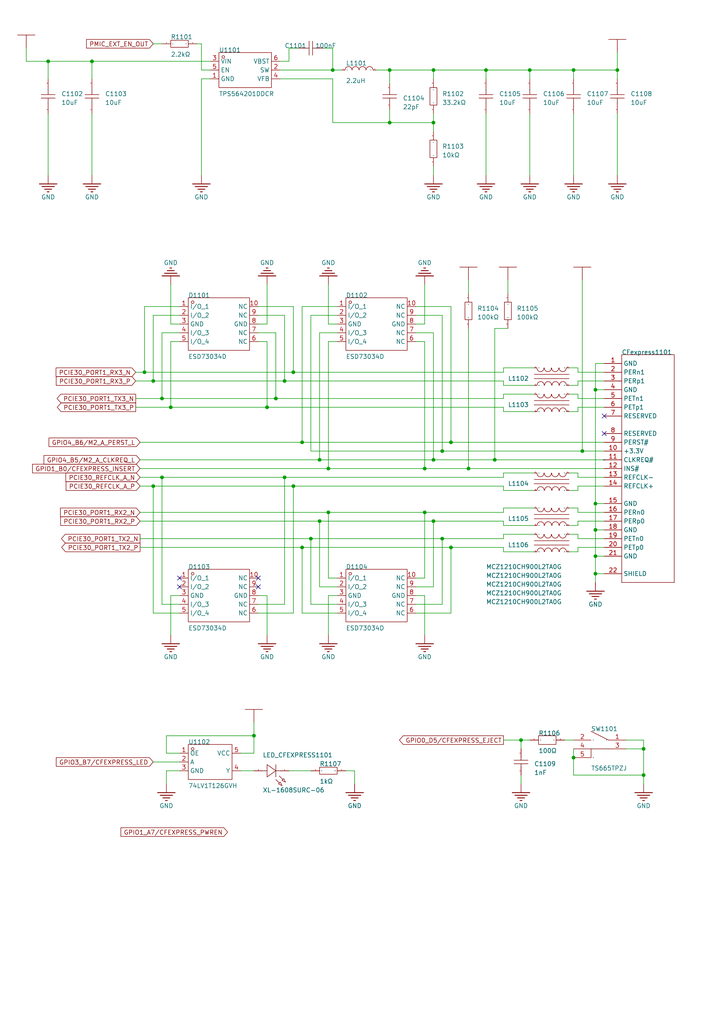
<source format=kicad_sch>
(kicad_sch
	(version 20250114)
	(generator "eeschema")
	(generator_version "9.0")
	(uuid "b8e9f668-a44e-4143-87f4-bafa9d768ba6")
	(paper "A4" portrait)
	
	(junction
		(at 44.45 140.97)
		(diameter 0)
		(color 0 0 0 0)
		(uuid "03629b08-a84a-4b0a-8c7e-a9c4f5ce997b")
	)
	(junction
		(at 186.69 224.79)
		(diameter 0)
		(color 0 0 0 0)
		(uuid "1902f93e-b8e3-48dc-b5f2-0c612ecb6e52")
	)
	(junction
		(at 125.73 151.13)
		(diameter 0)
		(color 0 0 0 0)
		(uuid "1962ba0b-2e93-4a37-be78-5390876a055e")
	)
	(junction
		(at 77.47 118.11)
		(diameter 0)
		(color 0 0 0 0)
		(uuid "1bda8119-103a-4443-a6d7-a601c062801f")
	)
	(junction
		(at 125.73 35.56)
		(diameter 0)
		(color 0 0 0 0)
		(uuid "1be35169-435a-4b15-ace4-9de75138805c")
	)
	(junction
		(at 46.99 115.57)
		(diameter 0)
		(color 0 0 0 0)
		(uuid "1dab5fd9-7742-461e-b240-f4076daa811f")
	)
	(junction
		(at 95.25 135.89)
		(diameter 0)
		(color 0 0 0 0)
		(uuid "262c3382-f212-4ad3-8d1f-35456da410da")
	)
	(junction
		(at 95.25 148.59)
		(diameter 0)
		(color 0 0 0 0)
		(uuid "369afd29-c317-4167-8cf7-991fc37ec41c")
	)
	(junction
		(at 128.27 156.21)
		(diameter 0)
		(color 0 0 0 0)
		(uuid "369b4443-eedf-4191-97a3-7ed8b40baedd")
	)
	(junction
		(at 46.99 138.43)
		(diameter 0)
		(color 0 0 0 0)
		(uuid "3eb2b55b-1f8f-4f78-a1a4-40a2104ecac8")
	)
	(junction
		(at 125.73 133.35)
		(diameter 0)
		(color 0 0 0 0)
		(uuid "4fc3e4f0-760e-46c5-bd4b-8661e32d2975")
	)
	(junction
		(at 151.13 214.63)
		(diameter 0)
		(color 0 0 0 0)
		(uuid "555191e3-70eb-4c7f-a806-3d4a2e5fdf2b")
	)
	(junction
		(at 128.27 130.81)
		(diameter 0)
		(color 0 0 0 0)
		(uuid "560a4d6c-e966-4ce0-9440-fb08605245d7")
	)
	(junction
		(at 172.72 166.37)
		(diameter 0)
		(color 0 0 0 0)
		(uuid "597098ac-37b7-46f2-bd8c-9c30151ac064")
	)
	(junction
		(at 92.71 133.35)
		(diameter 0)
		(color 0 0 0 0)
		(uuid "5fbc15b0-104b-4f77-89b9-5e05ef2f97ba")
	)
	(junction
		(at 80.01 115.57)
		(diameter 0)
		(color 0 0 0 0)
		(uuid "60430ace-26fb-4815-83ff-873b998298ba")
	)
	(junction
		(at 73.66 213.36)
		(diameter 0)
		(color 0 0 0 0)
		(uuid "6089a346-b466-4353-91e6-1d9dbaabd884")
	)
	(junction
		(at 166.37 219.71)
		(diameter 0)
		(color 0 0 0 0)
		(uuid "68e75660-d627-45ce-b09e-c192b55f1ca2")
	)
	(junction
		(at 92.71 151.13)
		(diameter 0)
		(color 0 0 0 0)
		(uuid "696f06b8-c67f-4d14-aabd-e4c90dafe279")
	)
	(junction
		(at 123.19 135.89)
		(diameter 0)
		(color 0 0 0 0)
		(uuid "6b2876db-c02f-4e36-8915-877d4a7a4cab")
	)
	(junction
		(at 153.67 20.32)
		(diameter 0)
		(color 0 0 0 0)
		(uuid "6fe0f009-50cc-4ab1-adbc-c3b77c59c0fa")
	)
	(junction
		(at 186.69 217.17)
		(diameter 0)
		(color 0 0 0 0)
		(uuid "75c9f3ec-1b08-44ba-b0e5-1ebafb22a2c6")
	)
	(junction
		(at 87.63 128.27)
		(diameter 0)
		(color 0 0 0 0)
		(uuid "77282375-2895-4deb-9006-aef8694b18b2")
	)
	(junction
		(at 172.72 113.03)
		(diameter 0)
		(color 0 0 0 0)
		(uuid "7f600fe2-d31f-431b-a4f7-3d6403bb084e")
	)
	(junction
		(at 49.53 118.11)
		(diameter 0)
		(color 0 0 0 0)
		(uuid "899897a2-bc84-453f-84e1-2eb7cc6b70aa")
	)
	(junction
		(at 96.52 20.32)
		(diameter 0)
		(color 0 0 0 0)
		(uuid "8d4b9fb7-c13d-4a3d-af69-c4809e35e43c")
	)
	(junction
		(at 90.17 156.21)
		(diameter 0)
		(color 0 0 0 0)
		(uuid "905c28f0-4276-43a0-bfab-2fb3c22d8408")
	)
	(junction
		(at 123.19 148.59)
		(diameter 0)
		(color 0 0 0 0)
		(uuid "933c1f52-537e-4d35-9c44-0a3437221e23")
	)
	(junction
		(at 135.89 135.89)
		(diameter 0)
		(color 0 0 0 0)
		(uuid "a15d3ef5-115b-4935-b3ce-84536db3cb96")
	)
	(junction
		(at 113.03 35.56)
		(diameter 0)
		(color 0 0 0 0)
		(uuid "a261fbe0-5e20-4497-a235-e6bf402e94b6")
	)
	(junction
		(at 41.91 107.95)
		(diameter 0)
		(color 0 0 0 0)
		(uuid "ae801a6d-ae83-4da6-a51d-2f2be6b61c77")
	)
	(junction
		(at 82.55 110.49)
		(diameter 0)
		(color 0 0 0 0)
		(uuid "af541cbf-cb27-4a12-afe2-d52b84a68c2b")
	)
	(junction
		(at 143.51 133.35)
		(diameter 0)
		(color 0 0 0 0)
		(uuid "b1f9012d-504c-4e3f-90ac-8417b9ad4fb2")
	)
	(junction
		(at 172.72 153.67)
		(diameter 0)
		(color 0 0 0 0)
		(uuid "b4369dc2-ef4f-4f75-8035-ae33e15210b1")
	)
	(junction
		(at 26.67 17.78)
		(diameter 0)
		(color 0 0 0 0)
		(uuid "b5f1e2ea-fa1e-4f31-b9b4-ac42c9ab99e2")
	)
	(junction
		(at 130.81 128.27)
		(diameter 0)
		(color 0 0 0 0)
		(uuid "bef9cb49-3118-4c75-999b-e78123e19275")
	)
	(junction
		(at 113.03 20.32)
		(diameter 0)
		(color 0 0 0 0)
		(uuid "c451e5f0-d4bf-4190-a11d-81dd6764b3ae")
	)
	(junction
		(at 168.91 130.81)
		(diameter 0)
		(color 0 0 0 0)
		(uuid "c771255f-7e2e-4962-a084-b311b6575d07")
	)
	(junction
		(at 125.73 20.32)
		(diameter 0)
		(color 0 0 0 0)
		(uuid "c90b99c6-ca86-4d73-8031-ccbc6a40313a")
	)
	(junction
		(at 44.45 110.49)
		(diameter 0)
		(color 0 0 0 0)
		(uuid "c9a06b61-b793-4c5b-9d61-6dcee6dc6299")
	)
	(junction
		(at 85.09 107.95)
		(diameter 0)
		(color 0 0 0 0)
		(uuid "cb1d2f55-5d31-412a-9f75-5b69393589f2")
	)
	(junction
		(at 130.81 158.75)
		(diameter 0)
		(color 0 0 0 0)
		(uuid "da72c96a-0c7c-49dd-b9e2-33522a34a612")
	)
	(junction
		(at 82.55 138.43)
		(diameter 0)
		(color 0 0 0 0)
		(uuid "e2934dfb-a9f5-44b7-9b4d-04ae372eebb7")
	)
	(junction
		(at 13.97 17.78)
		(diameter 0)
		(color 0 0 0 0)
		(uuid "e347e06c-b79a-4c7a-8668-fc2ea892d156")
	)
	(junction
		(at 166.37 20.32)
		(diameter 0)
		(color 0 0 0 0)
		(uuid "e3e5eb6c-1415-4540-9369-86a44e6d14d1")
	)
	(junction
		(at 179.07 20.32)
		(diameter 0)
		(color 0 0 0 0)
		(uuid "e76a62e4-ee15-411f-9aa8-cd033c6af407")
	)
	(junction
		(at 172.72 161.29)
		(diameter 0)
		(color 0 0 0 0)
		(uuid "f357a837-8b7b-4108-a0e8-9116dd7cd721")
	)
	(junction
		(at 87.63 158.75)
		(diameter 0)
		(color 0 0 0 0)
		(uuid "f5fb11f2-fd5b-4a78-826b-f98413b2a298")
	)
	(junction
		(at 172.72 146.05)
		(diameter 0)
		(color 0 0 0 0)
		(uuid "fb98a2f1-1979-49b6-89b7-bbd874967428")
	)
	(junction
		(at 85.09 140.97)
		(diameter 0)
		(color 0 0 0 0)
		(uuid "fe52b0f2-37cb-471c-8318-fe4727981fdb")
	)
	(junction
		(at 140.97 20.32)
		(diameter 0)
		(color 0 0 0 0)
		(uuid "feaf1a0d-72a9-41ba-954a-d945c6ba408a")
	)
	(no_connect
		(at 74.93 167.64)
		(uuid "0879e59f-f816-47ae-aa77-e25b75e0a16a")
	)
	(no_connect
		(at 175.26 125.73)
		(uuid "0abc2ddb-695b-44aa-a2ca-f4b4a0b44d55")
	)
	(no_connect
		(at 52.07 170.18)
		(uuid "3fb01db7-9f7f-40a9-9737-1e16d7eda8dc")
	)
	(no_connect
		(at 175.26 120.65)
		(uuid "491a4c18-3881-4a0c-85c4-647ee39e44a7")
	)
	(no_connect
		(at 52.07 167.64)
		(uuid "7bc0e5c4-8c98-4ac4-a253-5696b50a7d54")
	)
	(no_connect
		(at 74.93 170.18)
		(uuid "992b5dc8-4678-40c9-9a01-e0b50770cc2a")
	)
	(wire
		(pts
			(xy 52.07 177.8) (xy 44.45 177.8)
		)
		(stroke
			(width 0)
			(type default)
		)
		(uuid "0228961f-fc97-4982-916d-83f895b48a14")
	)
	(wire
		(pts
			(xy 154.94 137.16) (xy 146.05 137.16)
		)
		(stroke
			(width 0)
			(type default)
		)
		(uuid "026abbf1-064d-48b3-a78a-bc24042145cf")
	)
	(wire
		(pts
			(xy 135.89 81.28) (xy 135.89 85.09)
		)
		(stroke
			(width 0)
			(type default)
		)
		(uuid "06a9089d-3265-40c9-8d54-540e4fa66b3e")
	)
	(wire
		(pts
			(xy 74.93 91.44) (xy 82.55 91.44)
		)
		(stroke
			(width 0)
			(type default)
		)
		(uuid "080a694d-03ce-4bc4-b4f3-48c35e2c99c6")
	)
	(wire
		(pts
			(xy 73.66 213.36) (xy 73.66 218.44)
		)
		(stroke
			(width 0)
			(type default)
		)
		(uuid "09838f55-db71-4620-8948-fda6bc3e5315")
	)
	(wire
		(pts
			(xy 153.67 20.32) (xy 140.97 20.32)
		)
		(stroke
			(width 0)
			(type default)
		)
		(uuid "0bbb0d49-bdff-4af7-b316-337ad9ce4fd2")
	)
	(wire
		(pts
			(xy 167.64 111.76) (xy 165.1 111.76)
		)
		(stroke
			(width 0)
			(type default)
		)
		(uuid "0cc1af6c-26e4-45d8-a27f-4526cea25f06")
	)
	(wire
		(pts
			(xy 40.64 135.89) (xy 95.25 135.89)
		)
		(stroke
			(width 0)
			(type default)
		)
		(uuid "0dcabf12-7cf3-428d-bc81-c1c8794ea080")
	)
	(wire
		(pts
			(xy 146.05 148.59) (xy 123.19 148.59)
		)
		(stroke
			(width 0)
			(type default)
		)
		(uuid "0e6dab69-225b-4f45-855f-463560e12d88")
	)
	(wire
		(pts
			(xy 40.64 156.21) (xy 90.17 156.21)
		)
		(stroke
			(width 0)
			(type default)
		)
		(uuid "0e85ec4d-71e6-4953-877f-6ba40f74fb23")
	)
	(wire
		(pts
			(xy 125.73 50.8) (xy 125.73 48.26)
		)
		(stroke
			(width 0)
			(type default)
		)
		(uuid "0f28840d-af4f-4a27-8962-f0ae2923cef2")
	)
	(wire
		(pts
			(xy 125.73 35.56) (xy 125.73 38.1)
		)
		(stroke
			(width 0)
			(type default)
		)
		(uuid "10215d06-6729-4360-81b2-80aaf8cf1806")
	)
	(wire
		(pts
			(xy 120.65 175.26) (xy 128.27 175.26)
		)
		(stroke
			(width 0)
			(type default)
		)
		(uuid "106074b8-66a1-4b16-85d2-5db2473bd2ba")
	)
	(wire
		(pts
			(xy 90.17 223.52) (xy 83.82 223.52)
		)
		(stroke
			(width 0)
			(type default)
		)
		(uuid "1068e2f3-dce4-4e2b-b1e5-f8744132bef5")
	)
	(wire
		(pts
			(xy 13.97 50.8) (xy 13.97 33.02)
		)
		(stroke
			(width 0)
			(type default)
		)
		(uuid "10b03fb9-00df-43a0-a0ff-46da0dc7d4c5")
	)
	(wire
		(pts
			(xy 125.73 20.32) (xy 125.73 22.86)
		)
		(stroke
			(width 0)
			(type default)
		)
		(uuid "131c81cf-65c5-4376-b8fa-cd88ec126e6e")
	)
	(wire
		(pts
			(xy 135.89 135.89) (xy 135.89 95.25)
		)
		(stroke
			(width 0)
			(type default)
		)
		(uuid "13ffad05-bb5e-4de0-a61d-07e5eb4f3e86")
	)
	(wire
		(pts
			(xy 186.69 217.17) (xy 186.69 224.79)
		)
		(stroke
			(width 0)
			(type default)
		)
		(uuid "16595621-27fb-4f6e-a2f5-f13706757ee3")
	)
	(wire
		(pts
			(xy 123.19 99.06) (xy 120.65 99.06)
		)
		(stroke
			(width 0)
			(type default)
		)
		(uuid "1804d974-c6f6-4c56-82dc-25203d0fc3b7")
	)
	(wire
		(pts
			(xy 87.63 128.27) (xy 40.64 128.27)
		)
		(stroke
			(width 0)
			(type default)
		)
		(uuid "1b0a40ea-8fd0-4b62-a2ba-f19e9b7e0b6f")
	)
	(wire
		(pts
			(xy 167.64 137.16) (xy 167.64 138.43)
		)
		(stroke
			(width 0)
			(type default)
		)
		(uuid "1b1987d4-bbdc-45f7-af57-c318455f8ec1")
	)
	(wire
		(pts
			(xy 49.53 93.98) (xy 52.07 93.98)
		)
		(stroke
			(width 0)
			(type default)
		)
		(uuid "1b4ce9d4-2eb9-4c2f-8b54-ded8a0412be2")
	)
	(wire
		(pts
			(xy 167.64 142.24) (xy 167.64 140.97)
		)
		(stroke
			(width 0)
			(type default)
		)
		(uuid "1c71cfe5-c1d8-4e9c-a5ff-bc64a56a51d4")
	)
	(wire
		(pts
			(xy 165.1 147.32) (xy 167.64 147.32)
		)
		(stroke
			(width 0)
			(type default)
		)
		(uuid "212c3f37-1b3c-4e5d-bcc8-64fb7fc88e7c")
	)
	(wire
		(pts
			(xy 26.67 50.8) (xy 26.67 33.02)
		)
		(stroke
			(width 0)
			(type default)
		)
		(uuid "216b5b69-bab6-44db-8074-247dd94c5bb4")
	)
	(wire
		(pts
			(xy 77.47 184.15) (xy 77.47 172.72)
		)
		(stroke
			(width 0)
			(type default)
		)
		(uuid "22c30182-5af8-4508-9a0f-3bd7237cfa32")
	)
	(wire
		(pts
			(xy 82.55 138.43) (xy 46.99 138.43)
		)
		(stroke
			(width 0)
			(type default)
		)
		(uuid "2362bca3-5ef3-454e-8740-f2eb4327a8c0")
	)
	(wire
		(pts
			(xy 165.1 137.16) (xy 167.64 137.16)
		)
		(stroke
			(width 0)
			(type default)
		)
		(uuid "243468b9-c90b-4ea9-b012-9712f69ca5fc")
	)
	(wire
		(pts
			(xy 153.67 50.8) (xy 153.67 33.02)
		)
		(stroke
			(width 0)
			(type default)
		)
		(uuid "2543f290-6759-4fcf-aa05-355ee6eca41c")
	)
	(wire
		(pts
			(xy 167.64 152.4) (xy 167.64 151.13)
		)
		(stroke
			(width 0)
			(type default)
		)
		(uuid "25b1274b-178b-4cef-b7e2-92745947961c")
	)
	(wire
		(pts
			(xy 40.64 151.13) (xy 92.71 151.13)
		)
		(stroke
			(width 0)
			(type default)
		)
		(uuid "27be5f69-f4ef-4c90-a39a-9ffb9385d62e")
	)
	(wire
		(pts
			(xy 167.64 147.32) (xy 167.64 148.59)
		)
		(stroke
			(width 0)
			(type default)
		)
		(uuid "2873b971-9630-4c3a-ad65-e63bb5ef884e")
	)
	(wire
		(pts
			(xy 146.05 148.59) (xy 146.05 147.32)
		)
		(stroke
			(width 0)
			(type default)
		)
		(uuid "28cf87de-6894-4198-a512-4f2548326b69")
	)
	(wire
		(pts
			(xy 146.05 142.24) (xy 154.94 142.24)
		)
		(stroke
			(width 0)
			(type default)
		)
		(uuid "296420f4-7ef2-4216-8db3-17244ae8fec7")
	)
	(wire
		(pts
			(xy 87.63 88.9) (xy 87.63 128.27)
		)
		(stroke
			(width 0)
			(type default)
		)
		(uuid "2a543681-526c-442e-a87f-dbbd181daf67")
	)
	(wire
		(pts
			(xy 175.26 140.97) (xy 167.64 140.97)
		)
		(stroke
			(width 0)
			(type default)
		)
		(uuid "2ada9dcd-cda2-43d3-aa6a-2adb2bce6dbc")
	)
	(wire
		(pts
			(xy 167.64 107.95) (xy 167.64 106.68)
		)
		(stroke
			(width 0)
			(type default)
		)
		(uuid "2b74e010-b194-4919-b36b-b8681579fae7")
	)
	(wire
		(pts
			(xy 85.09 107.95) (xy 146.05 107.95)
		)
		(stroke
			(width 0)
			(type default)
		)
		(uuid "2b8c708d-6518-4cc4-b8f7-d9edc019f877")
	)
	(wire
		(pts
			(xy 175.26 151.13) (xy 167.64 151.13)
		)
		(stroke
			(width 0)
			(type default)
		)
		(uuid "2bd2b0ac-ba04-41c3-bc62-cb9d96983a93")
	)
	(wire
		(pts
			(xy 146.05 158.75) (xy 130.81 158.75)
		)
		(stroke
			(width 0)
			(type default)
		)
		(uuid "2bf1bbb4-bcc5-4164-8a1f-e238a1f2a420")
	)
	(wire
		(pts
			(xy 26.67 17.78) (xy 26.67 22.86)
		)
		(stroke
			(width 0)
			(type default)
		)
		(uuid "2cba521f-f5a6-4a53-818e-5406ae98cc02")
	)
	(wire
		(pts
			(xy 73.66 209.55) (xy 73.66 213.36)
		)
		(stroke
			(width 0)
			(type default)
		)
		(uuid "2db89824-5e4a-42e3-b7ad-39ca78c09900")
	)
	(wire
		(pts
			(xy 97.79 170.18) (xy 92.71 170.18)
		)
		(stroke
			(width 0)
			(type default)
		)
		(uuid "30425d91-7e94-4635-b0e2-b732b7e61e82")
	)
	(wire
		(pts
			(xy 130.81 177.8) (xy 130.81 158.75)
		)
		(stroke
			(width 0)
			(type default)
		)
		(uuid "323abc92-dc05-4694-8c86-b9cc9a8bf5c9")
	)
	(wire
		(pts
			(xy 80.01 96.52) (xy 80.01 115.57)
		)
		(stroke
			(width 0)
			(type default)
		)
		(uuid "356474ef-b10d-4199-8728-dc3176863c8b")
	)
	(wire
		(pts
			(xy 52.07 99.06) (xy 49.53 99.06)
		)
		(stroke
			(width 0)
			(type default)
		)
		(uuid "356867f8-61c9-44e7-9e9e-8aca514aad39")
	)
	(wire
		(pts
			(xy 167.64 118.11) (xy 167.64 119.38)
		)
		(stroke
			(width 0)
			(type default)
		)
		(uuid "36046d9c-ce2d-401a-8744-f9131d83c59f")
	)
	(wire
		(pts
			(xy 44.45 220.98) (xy 52.07 220.98)
		)
		(stroke
			(width 0)
			(type default)
		)
		(uuid "366efbed-a7b0-4f82-b15c-786bdbdcdefa")
	)
	(wire
		(pts
			(xy 143.51 95.25) (xy 147.32 95.25)
		)
		(stroke
			(width 0)
			(type default)
		)
		(uuid "367859e1-eb08-40f3-9e96-1f6c42703ade")
	)
	(wire
		(pts
			(xy 181.61 217.17) (xy 186.69 217.17)
		)
		(stroke
			(width 0)
			(type default)
		)
		(uuid "3a39657a-c237-4841-91fa-55a213358275")
	)
	(wire
		(pts
			(xy 74.93 177.8) (xy 85.09 177.8)
		)
		(stroke
			(width 0)
			(type default)
		)
		(uuid "3a4a42b4-bd06-4047-84fd-8eba1021a653")
	)
	(wire
		(pts
			(xy 123.19 135.89) (xy 135.89 135.89)
		)
		(stroke
			(width 0)
			(type default)
		)
		(uuid "3bdb9a2a-addf-4530-9239-5c6b178d29f0")
	)
	(wire
		(pts
			(xy 151.13 214.63) (xy 146.05 214.63)
		)
		(stroke
			(width 0)
			(type default)
		)
		(uuid "3c5844d0-303e-4027-820a-a1b47764799d")
	)
	(wire
		(pts
			(xy 175.26 158.75) (xy 167.64 158.75)
		)
		(stroke
			(width 0)
			(type default)
		)
		(uuid "3d953f6d-136b-4929-9008-48b1f50d9a22")
	)
	(wire
		(pts
			(xy 90.17 91.44) (xy 97.79 91.44)
		)
		(stroke
			(width 0)
			(type default)
		)
		(uuid "3dc873b7-86f8-4448-a57d-6bd9a4042845")
	)
	(wire
		(pts
			(xy 81.28 20.32) (xy 96.52 20.32)
		)
		(stroke
			(width 0)
			(type default)
		)
		(uuid "3e082160-3105-41c4-a8ab-96487555f405")
	)
	(wire
		(pts
			(xy 95.25 93.98) (xy 95.25 82.55)
		)
		(stroke
			(width 0)
			(type default)
		)
		(uuid "3f5d507d-ec4e-406b-bef2-d6cd829a15ab")
	)
	(wire
		(pts
			(xy 41.91 88.9) (xy 41.91 107.95)
		)
		(stroke
			(width 0)
			(type default)
		)
		(uuid "3fa63206-6f15-44b8-bf3f-ad7214a8e83f")
	)
	(wire
		(pts
			(xy 52.07 88.9) (xy 41.91 88.9)
		)
		(stroke
			(width 0)
			(type default)
		)
		(uuid "41589cef-049f-45da-bbee-fda1218f1037")
	)
	(wire
		(pts
			(xy 163.83 214.63) (xy 166.37 214.63)
		)
		(stroke
			(width 0)
			(type default)
		)
		(uuid "4169e49a-9e74-494a-b7ef-0851c9be07a3")
	)
	(wire
		(pts
			(xy 167.64 106.68) (xy 165.1 106.68)
		)
		(stroke
			(width 0)
			(type default)
		)
		(uuid "41f0500e-b591-4646-862f-c7695f8c01cd")
	)
	(wire
		(pts
			(xy 130.81 128.27) (xy 175.26 128.27)
		)
		(stroke
			(width 0)
			(type default)
		)
		(uuid "420d299d-9d59-47f1-b531-a24e7a0641c8")
	)
	(wire
		(pts
			(xy 175.26 115.57) (xy 167.64 115.57)
		)
		(stroke
			(width 0)
			(type default)
		)
		(uuid "42585123-3ee6-4c23-a02b-8679e2d5f4c8")
	)
	(wire
		(pts
			(xy 146.05 111.76) (xy 146.05 110.49)
		)
		(stroke
			(width 0)
			(type default)
		)
		(uuid "44e0f711-3967-463d-b651-018146869dff")
	)
	(wire
		(pts
			(xy 90.17 130.81) (xy 128.27 130.81)
		)
		(stroke
			(width 0)
			(type default)
		)
		(uuid "45a56336-66fd-4a54-bd69-35cfee7e4a5c")
	)
	(wire
		(pts
			(xy 49.53 184.15) (xy 49.53 172.72)
		)
		(stroke
			(width 0)
			(type default)
		)
		(uuid "46a714db-542f-4d2e-a0aa-3df97f9580e6")
	)
	(wire
		(pts
			(xy 165.1 154.94) (xy 167.64 154.94)
		)
		(stroke
			(width 0)
			(type default)
		)
		(uuid "4760e46b-94fc-4948-8131-c09c93e5276f")
	)
	(wire
		(pts
			(xy 95.25 135.89) (xy 123.19 135.89)
		)
		(stroke
			(width 0)
			(type default)
		)
		(uuid "477dc0b9-aa9a-4832-b5c2-04de2429df0d")
	)
	(wire
		(pts
			(xy 80.01 115.57) (xy 146.05 115.57)
		)
		(stroke
			(width 0)
			(type default)
		)
		(uuid "4a1e6444-7852-4fef-9fb5-e1b08e2ed20e")
	)
	(wire
		(pts
			(xy 186.69 214.63) (xy 186.69 217.17)
		)
		(stroke
			(width 0)
			(type default)
		)
		(uuid "4ab3de02-f797-4017-b40b-ac6f95604b5f")
	)
	(wire
		(pts
			(xy 40.64 140.97) (xy 44.45 140.97)
		)
		(stroke
			(width 0)
			(type default)
		)
		(uuid "4b312ace-e2ae-49f6-9ca4-1b2aea2d2c44")
	)
	(wire
		(pts
			(xy 46.99 175.26) (xy 46.99 138.43)
		)
		(stroke
			(width 0)
			(type default)
		)
		(uuid "4c1aa040-3c41-4927-aa6c-e53bbe7ed630")
	)
	(wire
		(pts
			(xy 77.47 172.72) (xy 74.93 172.72)
		)
		(stroke
			(width 0)
			(type default)
		)
		(uuid "4c22ca13-b8eb-4add-8793-1ed79e2c0877")
	)
	(wire
		(pts
			(xy 146.05 106.68) (xy 146.05 107.95)
		)
		(stroke
			(width 0)
			(type default)
		)
		(uuid "4c2ad809-ce78-4622-9100-dae9ce95d3d8")
	)
	(wire
		(pts
			(xy 46.99 115.57) (xy 80.01 115.57)
		)
		(stroke
			(width 0)
			(type default)
		)
		(uuid "4d0b2a45-4a5e-4900-8698-1af45edf1b88")
	)
	(wire
		(pts
			(xy 49.53 172.72) (xy 52.07 172.72)
		)
		(stroke
			(width 0)
			(type default)
		)
		(uuid "4f4dc235-414c-43c5-8902-b085dc690e13")
	)
	(wire
		(pts
			(xy 143.51 95.25) (xy 143.51 133.35)
		)
		(stroke
			(width 0)
			(type default)
		)
		(uuid "4f953291-d653-458f-814f-f3e28fcd000b")
	)
	(wire
		(pts
			(xy 146.05 151.13) (xy 125.73 151.13)
		)
		(stroke
			(width 0)
			(type default)
		)
		(uuid "4fa02a77-db09-484c-9240-1d067a365dac")
	)
	(wire
		(pts
			(xy 85.09 140.97) (xy 44.45 140.97)
		)
		(stroke
			(width 0)
			(type default)
		)
		(uuid "50d4bc64-84ec-4d9d-b9ed-29e2584dd320")
	)
	(wire
		(pts
			(xy 52.07 175.26) (xy 46.99 175.26)
		)
		(stroke
			(width 0)
			(type default)
		)
		(uuid "50dd0133-6886-4a15-85b8-7d3d64ee4c86")
	)
	(wire
		(pts
			(xy 26.67 17.78) (xy 60.96 17.78)
		)
		(stroke
			(width 0)
			(type default)
		)
		(uuid "513d2542-d1b4-4cb0-85ca-5d2474a62762")
	)
	(wire
		(pts
			(xy 73.66 213.36) (xy 48.26 213.36)
		)
		(stroke
			(width 0)
			(type default)
		)
		(uuid "5149388b-bd6d-45cb-a258-702aa5b016b1")
	)
	(wire
		(pts
			(xy 44.45 177.8) (xy 44.45 140.97)
		)
		(stroke
			(width 0)
			(type default)
		)
		(uuid "52bf6d4b-83cd-44cb-b0f0-edbffff26e3e")
	)
	(wire
		(pts
			(xy 175.26 146.05) (xy 172.72 146.05)
		)
		(stroke
			(width 0)
			(type default)
		)
		(uuid "53349cd1-bf3e-4dc6-8771-b32b5221223c")
	)
	(wire
		(pts
			(xy 40.64 138.43) (xy 46.99 138.43)
		)
		(stroke
			(width 0)
			(type default)
		)
		(uuid "56647753-1f15-4649-86b8-36e64d7aa602")
	)
	(wire
		(pts
			(xy 92.71 96.52) (xy 92.71 133.35)
		)
		(stroke
			(width 0)
			(type default)
		)
		(uuid "582ca21d-5d26-4136-a31c-1d3e5e53847f")
	)
	(wire
		(pts
			(xy 90.17 175.26) (xy 90.17 156.21)
		)
		(stroke
			(width 0)
			(type default)
		)
		(uuid "596f8e7b-13ba-43a7-91e5-4405e8cae90a")
	)
	(wire
		(pts
			(xy 166.37 20.32) (xy 166.37 22.86)
		)
		(stroke
			(width 0)
			(type default)
		)
		(uuid "5979809c-5ea6-4114-9ecb-43c46a6fb640")
	)
	(wire
		(pts
			(xy 82.55 110.49) (xy 146.05 110.49)
		)
		(stroke
			(width 0)
			(type default)
		)
		(uuid "59a39f73-9ef5-4109-9b6c-b155286fcea1")
	)
	(wire
		(pts
			(xy 48.26 218.44) (xy 52.07 218.44)
		)
		(stroke
			(width 0)
			(type default)
		)
		(uuid "59f20571-5658-46b9-9971-0eb9fdf83998")
	)
	(wire
		(pts
			(xy 167.64 160.02) (xy 167.64 158.75)
		)
		(stroke
			(width 0)
			(type default)
		)
		(uuid "5a08c5cb-1bdc-48ca-b088-2df408b6900a")
	)
	(wire
		(pts
			(xy 146.05 151.13) (xy 146.05 152.4)
		)
		(stroke
			(width 0)
			(type default)
		)
		(uuid "5b7ac8db-b586-401d-b326-497a6a5d489e")
	)
	(wire
		(pts
			(xy 146.05 137.16) (xy 146.05 138.43)
		)
		(stroke
			(width 0)
			(type default)
		)
		(uuid "5fdc87bd-2f67-4bd8-aaae-cbcd1177a389")
	)
	(wire
		(pts
			(xy 7.62 13.97) (xy 7.62 17.78)
		)
		(stroke
			(width 0)
			(type default)
		)
		(uuid "61aaa832-dbf0-4f9c-9f05-410b8f06e7ed")
	)
	(wire
		(pts
			(xy 154.94 152.4) (xy 146.05 152.4)
		)
		(stroke
			(width 0)
			(type default)
		)
		(uuid "61ecb163-740e-4747-a7f6-d7a498943967")
	)
	(wire
		(pts
			(xy 186.69 224.79) (xy 166.37 224.79)
		)
		(stroke
			(width 0)
			(type default)
		)
		(uuid "639cbe20-6e80-4980-9eb9-da91aca15725")
	)
	(wire
		(pts
			(xy 113.03 35.56) (xy 113.03 31.75)
		)
		(stroke
			(width 0)
			(type default)
		)
		(uuid "64774b8a-399f-4e74-b150-36edbb0899c3")
	)
	(wire
		(pts
			(xy 143.51 133.35) (xy 125.73 133.35)
		)
		(stroke
			(width 0)
			(type default)
		)
		(uuid "65f3ffc6-8a39-44bf-939c-2c49ead39427")
	)
	(wire
		(pts
			(xy 77.47 99.06) (xy 77.47 118.11)
		)
		(stroke
			(width 0)
			(type default)
		)
		(uuid "6694f36d-15b7-4fc6-8533-49cbdd27a346")
	)
	(wire
		(pts
			(xy 146.05 158.75) (xy 146.05 160.02)
		)
		(stroke
			(width 0)
			(type default)
		)
		(uuid "66c27409-20e7-4047-8565-849ecedc3e33")
	)
	(wire
		(pts
			(xy 166.37 224.79) (xy 166.37 219.71)
		)
		(stroke
			(width 0)
			(type default)
		)
		(uuid "674f2c07-4dc9-4e69-9712-00cec49c874c")
	)
	(wire
		(pts
			(xy 175.26 107.95) (xy 167.64 107.95)
		)
		(stroke
			(width 0)
			(type default)
		)
		(uuid "68dd93c7-1aa9-4ddc-a809-cb70c906f7bb")
	)
	(wire
		(pts
			(xy 166.37 217.17) (xy 166.37 219.71)
		)
		(stroke
			(width 0)
			(type default)
		)
		(uuid "690d9671-bc25-4a69-b9af-9532703b2cb4")
	)
	(wire
		(pts
			(xy 151.13 214.63) (xy 153.67 214.63)
		)
		(stroke
			(width 0)
			(type default)
		)
		(uuid "694c1ebf-d78f-4b92-8c05-44b1c96103ef")
	)
	(wire
		(pts
			(xy 130.81 158.75) (xy 87.63 158.75)
		)
		(stroke
			(width 0)
			(type default)
		)
		(uuid "69ff6627-1053-4a2f-82cf-335315ae1b1a")
	)
	(wire
		(pts
			(xy 77.47 118.11) (xy 146.05 118.11)
		)
		(stroke
			(width 0)
			(type default)
		)
		(uuid "6bd30299-fa3d-4f81-bb59-b125192e76c0")
	)
	(wire
		(pts
			(xy 125.73 20.32) (xy 113.03 20.32)
		)
		(stroke
			(width 0)
			(type default)
		)
		(uuid "6cc5633c-9509-41b9-99b8-f88d5413e8db")
	)
	(wire
		(pts
			(xy 168.91 130.81) (xy 168.91 81.28)
		)
		(stroke
			(width 0)
			(type default)
		)
		(uuid "6e491c19-343e-44b5-8d7d-50ca0e64ede6")
	)
	(wire
		(pts
			(xy 46.99 96.52) (xy 46.99 115.57)
		)
		(stroke
			(width 0)
			(type default)
		)
		(uuid "6f903ba1-e975-4bf9-b52d-020a9da17a6c")
	)
	(wire
		(pts
			(xy 166.37 20.32) (xy 153.67 20.32)
		)
		(stroke
			(width 0)
			(type default)
		)
		(uuid "71321a76-6796-42d2-a143-6726bfc35bcc")
	)
	(wire
		(pts
			(xy 140.97 20.32) (xy 125.73 20.32)
		)
		(stroke
			(width 0)
			(type default)
		)
		(uuid "73ae39eb-8e57-4155-9d0f-9b6c45a4a2ab")
	)
	(wire
		(pts
			(xy 120.65 93.98) (xy 123.19 93.98)
		)
		(stroke
			(width 0)
			(type default)
		)
		(uuid "73c3d45c-d7eb-4460-b467-ba4e84d14f82")
	)
	(wire
		(pts
			(xy 44.45 110.49) (xy 39.37 110.49)
		)
		(stroke
			(width 0)
			(type default)
		)
		(uuid "746e5a6b-7d0c-4a47-92c8-f71c11f2c841")
	)
	(wire
		(pts
			(xy 125.73 35.56) (xy 125.73 33.02)
		)
		(stroke
			(width 0)
			(type default)
		)
		(uuid "755a6372-966d-40ce-aa37-5698dd494144")
	)
	(wire
		(pts
			(xy 130.81 88.9) (xy 120.65 88.9)
		)
		(stroke
			(width 0)
			(type default)
		)
		(uuid "7568991e-7aa4-4abd-b303-ced10bf6a65b")
	)
	(wire
		(pts
			(xy 40.64 148.59) (xy 95.25 148.59)
		)
		(stroke
			(width 0)
			(type default)
		)
		(uuid "76c59fd1-fbfc-4121-a5e8-01c26442fc4f")
	)
	(wire
		(pts
			(xy 44.45 91.44) (xy 44.45 110.49)
		)
		(stroke
			(width 0)
			(type default)
		)
		(uuid "77b66fe5-a243-4429-9ddb-08affe864d3c")
	)
	(wire
		(pts
			(xy 172.72 146.05) (xy 172.72 113.03)
		)
		(stroke
			(width 0)
			(type default)
		)
		(uuid "77c00892-352c-44cb-b4ea-0ceeb100b7b5")
	)
	(wire
		(pts
			(xy 146.05 138.43) (xy 82.55 138.43)
		)
		(stroke
			(width 0)
			(type default)
		)
		(uuid "78d5c1a7-9767-42a5-b034-18b453ff1a18")
	)
	(wire
		(pts
			(xy 60.96 20.32) (xy 58.42 20.32)
		)
		(stroke
			(width 0)
			(type default)
		)
		(uuid "7a023518-e8f3-4717-8da5-d23ea133015c")
	)
	(wire
		(pts
			(xy 87.63 128.27) (xy 130.81 128.27)
		)
		(stroke
			(width 0)
			(type default)
		)
		(uuid "7a9c198a-3fd8-471e-b79f-da6fa21b7c6f")
	)
	(wire
		(pts
			(xy 52.07 96.52) (xy 46.99 96.52)
		)
		(stroke
			(width 0)
			(type default)
		)
		(uuid "7bcc74de-f85d-4bc9-af59-efa9fa6fc2ed")
	)
	(wire
		(pts
			(xy 97.79 175.26) (xy 90.17 175.26)
		)
		(stroke
			(width 0)
			(type default)
		)
		(uuid "7d07649b-88ea-461e-9cd5-6c8290d6fca1")
	)
	(wire
		(pts
			(xy 186.69 214.63) (xy 181.61 214.63)
		)
		(stroke
			(width 0)
			(type default)
		)
		(uuid "7f71542e-e5f8-4e0b-b496-370411c38b04")
	)
	(wire
		(pts
			(xy 146.05 156.21) (xy 128.27 156.21)
		)
		(stroke
			(width 0)
			(type default)
		)
		(uuid "80c9c46e-4ba7-43a1-ae5c-186f7bec69cf")
	)
	(wire
		(pts
			(xy 143.51 133.35) (xy 175.26 133.35)
		)
		(stroke
			(width 0)
			(type default)
		)
		(uuid "817f4de2-4969-49d0-90aa-4cceac167693")
	)
	(wire
		(pts
			(xy 113.03 20.32) (xy 109.22 20.32)
		)
		(stroke
			(width 0)
			(type default)
		)
		(uuid "82e0f614-5db1-4656-a07a-a179e4651d06")
	)
	(wire
		(pts
			(xy 125.73 96.52) (xy 120.65 96.52)
		)
		(stroke
			(width 0)
			(type default)
		)
		(uuid "82feb31f-c740-4abc-8696-ae127cf30f6b")
	)
	(wire
		(pts
			(xy 82.55 91.44) (xy 82.55 110.49)
		)
		(stroke
			(width 0)
			(type default)
		)
		(uuid "83795a97-d263-448d-a1bd-2634987ec6b2")
	)
	(wire
		(pts
			(xy 128.27 175.26) (xy 128.27 156.21)
		)
		(stroke
			(width 0)
			(type default)
		)
		(uuid "86fda85c-9502-4262-85ce-563b23016086")
	)
	(wire
		(pts
			(xy 167.64 119.38) (xy 165.1 119.38)
		)
		(stroke
			(width 0)
			(type default)
		)
		(uuid "89d9eea5-87b7-49a0-836f-dc8b074ad13c")
	)
	(wire
		(pts
			(xy 95.25 99.06) (xy 95.25 135.89)
		)
		(stroke
			(width 0)
			(type default)
		)
		(uuid "8b1d47ef-fc97-4c42-a687-d7d3e6b9c067")
	)
	(wire
		(pts
			(xy 128.27 156.21) (xy 90.17 156.21)
		)
		(stroke
			(width 0)
			(type default)
		)
		(uuid "8b6c6a11-fce6-4879-b372-aa5e13ced3fa")
	)
	(wire
		(pts
			(xy 172.72 105.41) (xy 172.72 113.03)
		)
		(stroke
			(width 0)
			(type default)
		)
		(uuid "8c018e68-7fc3-4b66-ae00-81a7829959c7")
	)
	(wire
		(pts
			(xy 77.47 93.98) (xy 77.47 82.55)
		)
		(stroke
			(width 0)
			(type default)
		)
		(uuid "8cf5b382-99c5-4b4e-848d-84d8fa5b4a4f")
	)
	(wire
		(pts
			(xy 46.99 115.57) (xy 39.37 115.57)
		)
		(stroke
			(width 0)
			(type default)
		)
		(uuid "8f7c42b3-db20-49a3-a2a4-a69766765f00")
	)
	(wire
		(pts
			(xy 60.96 22.86) (xy 58.42 22.86)
		)
		(stroke
			(width 0)
			(type default)
		)
		(uuid "905d27d9-a2fd-40d1-9938-39035ac339c9")
	)
	(wire
		(pts
			(xy 154.94 160.02) (xy 146.05 160.02)
		)
		(stroke
			(width 0)
			(type default)
		)
		(uuid "906a11f7-0e07-464e-bde0-7bb2c2f0dea0")
	)
	(wire
		(pts
			(xy 83.82 13.97) (xy 83.82 17.78)
		)
		(stroke
			(width 0)
			(type default)
		)
		(uuid "90c1c5ea-cf20-4247-9a85-73780ec69a78")
	)
	(wire
		(pts
			(xy 49.53 99.06) (xy 49.53 118.11)
		)
		(stroke
			(width 0)
			(type default)
		)
		(uuid "90d3b3ec-616c-4fb8-9c67-01f2111fdfb1")
	)
	(wire
		(pts
			(xy 172.72 161.29) (xy 172.72 166.37)
		)
		(stroke
			(width 0)
			(type default)
		)
		(uuid "9183aea1-7890-42d2-8de7-3b0209c46dd9")
	)
	(wire
		(pts
			(xy 172.72 153.67) (xy 172.72 161.29)
		)
		(stroke
			(width 0)
			(type default)
		)
		(uuid "91a4966a-7280-409e-b53f-367377b16622")
	)
	(wire
		(pts
			(xy 87.63 88.9) (xy 97.79 88.9)
		)
		(stroke
			(width 0)
			(type default)
		)
		(uuid "91e90cda-f93b-421a-96d0-16b6dacbf0f5")
	)
	(wire
		(pts
			(xy 147.32 81.28) (xy 147.32 85.09)
		)
		(stroke
			(width 0)
			(type default)
		)
		(uuid "92595669-1b67-4922-a2d0-fee9d1559a42")
	)
	(wire
		(pts
			(xy 179.07 50.8) (xy 179.07 33.02)
		)
		(stroke
			(width 0)
			(type default)
		)
		(uuid "93bb889e-775d-4d0e-a3f3-070d95e0f09d")
	)
	(wire
		(pts
			(xy 77.47 93.98) (xy 74.93 93.98)
		)
		(stroke
			(width 0)
			(type default)
		)
		(uuid "94469ad5-6189-4fda-914f-5be8e8e31bdc")
	)
	(wire
		(pts
			(xy 166.37 50.8) (xy 166.37 33.02)
		)
		(stroke
			(width 0)
			(type default)
		)
		(uuid "9501a840-8190-40db-8851-d9de0c769d43")
	)
	(wire
		(pts
			(xy 13.97 17.78) (xy 13.97 22.86)
		)
		(stroke
			(width 0)
			(type default)
		)
		(uuid "95ac5327-38ff-4191-8c66-76e85b2562a6")
	)
	(wire
		(pts
			(xy 175.26 153.67) (xy 172.72 153.67)
		)
		(stroke
			(width 0)
			(type default)
		)
		(uuid "95f71431-4280-4fb2-bfcb-dd5279dd17c4")
	)
	(wire
		(pts
			(xy 167.64 110.49) (xy 167.64 111.76)
		)
		(stroke
			(width 0)
			(type default)
		)
		(uuid "983bca01-ac58-46f3-8899-ad484db2afce")
	)
	(wire
		(pts
			(xy 49.53 118.11) (xy 77.47 118.11)
		)
		(stroke
			(width 0)
			(type default)
		)
		(uuid "992bc62a-926f-452f-874d-e2137d2aae33")
	)
	(wire
		(pts
			(xy 40.64 133.35) (xy 92.71 133.35)
		)
		(stroke
			(width 0)
			(type default)
		)
		(uuid "99fec5af-1438-4a56-b80f-3e27d4ce83e0")
	)
	(wire
		(pts
			(xy 179.07 15.24) (xy 179.07 20.32)
		)
		(stroke
			(width 0)
			(type default)
		)
		(uuid "9a449665-ccee-4c70-ace1-15fe7898533a")
	)
	(wire
		(pts
			(xy 146.05 156.21) (xy 146.05 154.94)
		)
		(stroke
			(width 0)
			(type default)
		)
		(uuid "9a836fd2-a302-4931-b1c2-f2b5dae92307")
	)
	(wire
		(pts
			(xy 97.79 177.8) (xy 87.63 177.8)
		)
		(stroke
			(width 0)
			(type default)
		)
		(uuid "9c4ac48d-47da-4d9d-9479-f29154ef9142")
	)
	(wire
		(pts
			(xy 123.19 167.64) (xy 123.19 148.59)
		)
		(stroke
			(width 0)
			(type default)
		)
		(uuid "9ccde3de-44f2-40fd-9bf0-06604e6d913a")
	)
	(wire
		(pts
			(xy 86.36 13.97) (xy 83.82 13.97)
		)
		(stroke
			(width 0)
			(type default)
		)
		(uuid "9da298bd-f558-4d86-82c1-f9a29a8468f0")
	)
	(wire
		(pts
			(xy 48.26 223.52) (xy 48.26 227.33)
		)
		(stroke
			(width 0)
			(type default)
		)
		(uuid "9e580a3c-3914-47df-bdff-1916a3c6931c")
	)
	(wire
		(pts
			(xy 120.65 177.8) (xy 130.81 177.8)
		)
		(stroke
			(width 0)
			(type default)
		)
		(uuid "9ef8ef12-ea35-4f11-ae50-0e4b5d008710")
	)
	(wire
		(pts
			(xy 175.26 110.49) (xy 167.64 110.49)
		)
		(stroke
			(width 0)
			(type default)
		)
		(uuid "9f395dfd-2f4c-4d83-82c1-f19d202c7827")
	)
	(wire
		(pts
			(xy 167.64 114.3) (xy 165.1 114.3)
		)
		(stroke
			(width 0)
			(type default)
		)
		(uuid "9f62ed76-9210-4bfb-9cb6-4627a9ae2f8c")
	)
	(wire
		(pts
			(xy 186.69 227.33) (xy 186.69 224.79)
		)
		(stroke
			(width 0)
			(type default)
		)
		(uuid "9ff3f3ed-59f8-4360-9f4b-df46f66e08ab")
	)
	(wire
		(pts
			(xy 120.65 170.18) (xy 125.73 170.18)
		)
		(stroke
			(width 0)
			(type default)
		)
		(uuid "a13769b4-2fee-42ac-92f1-076084fcfe1f")
	)
	(wire
		(pts
			(xy 58.42 22.86) (xy 58.42 50.8)
		)
		(stroke
			(width 0)
			(type default)
		)
		(uuid "a77a4ea8-417d-472d-b358-27662939246b")
	)
	(wire
		(pts
			(xy 74.93 175.26) (xy 82.55 175.26)
		)
		(stroke
			(width 0)
			(type default)
		)
		(uuid "a87adb21-fcc6-4891-a912-6e1b56f92366")
	)
	(wire
		(pts
			(xy 123.19 99.06) (xy 123.19 135.89)
		)
		(stroke
			(width 0)
			(type default)
		)
		(uuid "a974efc5-4538-4bd3-82d9-224c36bd94f4")
	)
	(wire
		(pts
			(xy 154.94 119.38) (xy 146.05 119.38)
		)
		(stroke
			(width 0)
			(type default)
		)
		(uuid "a9a999bf-22c8-420f-bdc4-971baec1b661")
	)
	(wire
		(pts
			(xy 128.27 130.81) (xy 168.91 130.81)
		)
		(stroke
			(width 0)
			(type default)
		)
		(uuid "ad3b1bb6-5c0d-4a41-9e42-8b05e0c5c8df")
	)
	(wire
		(pts
			(xy 146.05 154.94) (xy 154.94 154.94)
		)
		(stroke
			(width 0)
			(type default)
		)
		(uuid "ad5680e9-1938-4fad-b58b-0e809a97e068")
	)
	(wire
		(pts
			(xy 97.79 167.64) (xy 95.25 167.64)
		)
		(stroke
			(width 0)
			(type default)
		)
		(uuid "adfae4c4-edd1-4927-89e0-10d83d72f9b3")
	)
	(wire
		(pts
			(xy 58.42 12.7) (xy 58.42 20.32)
		)
		(stroke
			(width 0)
			(type default)
		)
		(uuid "b02b3373-8915-43d5-83e2-f4c83f77a71d")
	)
	(wire
		(pts
			(xy 123.19 172.72) (xy 120.65 172.72)
		)
		(stroke
			(width 0)
			(type default)
		)
		(uuid "b07b4def-6f8b-46b2-906e-ef7c1a2ca0d0")
	)
	(wire
		(pts
			(xy 123.19 93.98) (xy 123.19 82.55)
		)
		(stroke
			(width 0)
			(type default)
		)
		(uuid "b0f7ac7a-e587-4f65-baaf-e1bed63922bd")
	)
	(wire
		(pts
			(xy 165.1 160.02) (xy 167.64 160.02)
		)
		(stroke
			(width 0)
			(type default)
		)
		(uuid "b145bec1-78af-42a5-95aa-7b453f164143")
	)
	(wire
		(pts
			(xy 49.53 93.98) (xy 49.53 82.55)
		)
		(stroke
			(width 0)
			(type default)
		)
		(uuid "b19a2dcc-1690-4bcf-ae70-4d43ad025b8b")
	)
	(wire
		(pts
			(xy 146.05 140.97) (xy 85.09 140.97)
		)
		(stroke
			(width 0)
			(type default)
		)
		(uuid "b3434aab-286d-45a1-91cb-b97c01fe3b9d")
	)
	(wire
		(pts
			(xy 93.98 13.97) (xy 96.52 13.97)
		)
		(stroke
			(width 0)
			(type default)
		)
		(uuid "b3b405d4-be24-4fb2-89a1-7c87ac9f02f1")
	)
	(wire
		(pts
			(xy 153.67 20.32) (xy 153.67 22.86)
		)
		(stroke
			(width 0)
			(type default)
		)
		(uuid "b5554084-06b5-4a6a-9776-b5a383acd43c")
	)
	(wire
		(pts
			(xy 44.45 12.7) (xy 46.99 12.7)
		)
		(stroke
			(width 0)
			(type default)
		)
		(uuid "b6552e34-ca76-48c8-a60a-33b1570dbbce")
	)
	(wire
		(pts
			(xy 154.94 106.68) (xy 146.05 106.68)
		)
		(stroke
			(width 0)
			(type default)
		)
		(uuid "b7de40af-e2de-433f-8aa5-5cd08a0a8c62")
	)
	(wire
		(pts
			(xy 13.97 17.78) (xy 7.62 17.78)
		)
		(stroke
			(width 0)
			(type default)
		)
		(uuid "b7fdcc2a-5273-4005-bd71-976fbebe7de6")
	)
	(wire
		(pts
			(xy 102.87 223.52) (xy 102.87 227.33)
		)
		(stroke
			(width 0)
			(type default)
		)
		(uuid "b9cceffd-d430-47ad-9167-439aac67244b")
	)
	(wire
		(pts
			(xy 95.25 167.64) (xy 95.25 148.59)
		)
		(stroke
			(width 0)
			(type default)
		)
		(uuid "b9d68816-44cb-4219-9e83-35f8446a5a25")
	)
	(wire
		(pts
			(xy 96.52 20.32) (xy 99.06 20.32)
		)
		(stroke
			(width 0)
			(type default)
		)
		(uuid "ba0898f1-9b0e-4f7a-a318-dada10ccc897")
	)
	(wire
		(pts
			(xy 41.91 107.95) (xy 39.37 107.95)
		)
		(stroke
			(width 0)
			(type default)
		)
		(uuid "bad7a2cc-f69a-4c76-bf70-ade7f0e6b78b")
	)
	(wire
		(pts
			(xy 175.26 113.03) (xy 172.72 113.03)
		)
		(stroke
			(width 0)
			(type default)
		)
		(uuid "bc0a7ef4-0cd8-4303-9304-fc301d79b48f")
	)
	(wire
		(pts
			(xy 175.26 156.21) (xy 167.64 156.21)
		)
		(stroke
			(width 0)
			(type default)
		)
		(uuid "bc3b75d2-ec72-4a75-a144-20c22f8640b9")
	)
	(wire
		(pts
			(xy 44.45 110.49) (xy 82.55 110.49)
		)
		(stroke
			(width 0)
			(type default)
		)
		(uuid "bd42a8c0-ffe2-4fd4-8988-a4c741b4704d")
	)
	(wire
		(pts
			(xy 167.64 154.94) (xy 167.64 156.21)
		)
		(stroke
			(width 0)
			(type default)
		)
		(uuid "bd621c6d-514e-4288-8a12-1bf76d242203")
	)
	(wire
		(pts
			(xy 113.03 20.32) (xy 113.03 24.13)
		)
		(stroke
			(width 0)
			(type default)
		)
		(uuid "bfb739b8-4f0f-4a12-b308-b29ad4a9110a")
	)
	(wire
		(pts
			(xy 165.1 152.4) (xy 167.64 152.4)
		)
		(stroke
			(width 0)
			(type default)
		)
		(uuid "c02e29de-3660-4640-8840-ef178db2a86d")
	)
	(wire
		(pts
			(xy 123.19 184.15) (xy 123.19 172.72)
		)
		(stroke
			(width 0)
			(type default)
		)
		(uuid "c056dcf4-f9d2-47d8-ad0d-a065520b09f0")
	)
	(wire
		(pts
			(xy 97.79 93.98) (xy 95.25 93.98)
		)
		(stroke
			(width 0)
			(type default)
		)
		(uuid "c0c6b86c-e953-4f49-a0cb-141826abac20")
	)
	(wire
		(pts
			(xy 26.67 17.78) (xy 13.97 17.78)
		)
		(stroke
			(width 0)
			(type default)
		)
		(uuid "c13fec61-5963-4f41-8375-7e6a306ecadb")
	)
	(wire
		(pts
			(xy 73.66 218.44) (xy 69.85 218.44)
		)
		(stroke
			(width 0)
			(type default)
		)
		(uuid "c30c3d37-2097-404a-8098-5e546e5bea80")
	)
	(wire
		(pts
			(xy 74.93 88.9) (xy 85.09 88.9)
		)
		(stroke
			(width 0)
			(type default)
		)
		(uuid "c3968701-e838-4d87-b39b-c9d48c348e55")
	)
	(wire
		(pts
			(xy 175.26 166.37) (xy 172.72 166.37)
		)
		(stroke
			(width 0)
			(type default)
		)
		(uuid "c3b15d56-b91b-46f1-87da-417b8e6563d5")
	)
	(wire
		(pts
			(xy 125.73 170.18) (xy 125.73 151.13)
		)
		(stroke
			(width 0)
			(type default)
		)
		(uuid "c3e70956-3f6e-429d-b2c9-4f639f3b4787")
	)
	(wire
		(pts
			(xy 83.82 17.78) (xy 81.28 17.78)
		)
		(stroke
			(width 0)
			(type default)
		)
		(uuid "c451ad83-5c4d-4ef0-9838-f24d4f63e8b9")
	)
	(wire
		(pts
			(xy 125.73 96.52) (xy 125.73 133.35)
		)
		(stroke
			(width 0)
			(type default)
		)
		(uuid "c4a9fc97-cbe5-45eb-bfd4-47b73d501830")
	)
	(wire
		(pts
			(xy 113.03 35.56) (xy 96.52 35.56)
		)
		(stroke
			(width 0)
			(type default)
		)
		(uuid "c7caf6fc-0997-4396-8687-1c8041d7a9df")
	)
	(wire
		(pts
			(xy 120.65 167.64) (xy 123.19 167.64)
		)
		(stroke
			(width 0)
			(type default)
		)
		(uuid "c840fb93-b65e-4ffb-9cae-929e5f605279")
	)
	(wire
		(pts
			(xy 49.53 118.11) (xy 39.37 118.11)
		)
		(stroke
			(width 0)
			(type default)
		)
		(uuid "c95302c6-0a30-4397-a35e-8969c2135335")
	)
	(wire
		(pts
			(xy 92.71 170.18) (xy 92.71 151.13)
		)
		(stroke
			(width 0)
			(type default)
		)
		(uuid "ca85a575-ebcd-49f4-b193-e16878590430")
	)
	(wire
		(pts
			(xy 92.71 96.52) (xy 97.79 96.52)
		)
		(stroke
			(width 0)
			(type default)
		)
		(uuid "cb1e149b-0755-4d81-bfaf-75f3d591147f")
	)
	(wire
		(pts
			(xy 58.42 12.7) (xy 57.15 12.7)
		)
		(stroke
			(width 0)
			(type default)
		)
		(uuid "cb3c88c1-7778-4d76-b9cb-11976e582b6f")
	)
	(wire
		(pts
			(xy 95.25 172.72) (xy 97.79 172.72)
		)
		(stroke
			(width 0)
			(type default)
		)
		(uuid "cd57d880-cf77-472c-ad2b-50d1bce8f859")
	)
	(wire
		(pts
			(xy 166.37 20.32) (xy 179.07 20.32)
		)
		(stroke
			(width 0)
			(type default)
		)
		(uuid "cdfaee24-6bdb-49b3-af80-ffdb2e1fdcdb")
	)
	(wire
		(pts
			(xy 146.05 140.97) (xy 146.05 142.24)
		)
		(stroke
			(width 0)
			(type default)
		)
		(uuid "ce2a7233-0e32-4c62-85cf-19009e664725")
	)
	(wire
		(pts
			(xy 96.52 22.86) (xy 96.52 35.56)
		)
		(stroke
			(width 0)
			(type default)
		)
		(uuid "ce76d5fa-e677-4410-ace3-68e49f19f0fa")
	)
	(wire
		(pts
			(xy 92.71 133.35) (xy 125.73 133.35)
		)
		(stroke
			(width 0)
			(type default)
		)
		(uuid "d03ea405-2921-4e0f-9f6f-8fa9bc852584")
	)
	(wire
		(pts
			(xy 125.73 151.13) (xy 92.71 151.13)
		)
		(stroke
			(width 0)
			(type default)
		)
		(uuid "d0c905dd-73e2-4f62-8ca8-b95578b385e1")
	)
	(wire
		(pts
			(xy 128.27 91.44) (xy 120.65 91.44)
		)
		(stroke
			(width 0)
			(type default)
		)
		(uuid "d254a8b8-4264-4728-9495-ed1802cf021b")
	)
	(wire
		(pts
			(xy 146.05 119.38) (xy 146.05 118.11)
		)
		(stroke
			(width 0)
			(type default)
		)
		(uuid "d33250d5-bae6-4f8f-85bc-b152849ee8f8")
	)
	(wire
		(pts
			(xy 74.93 99.06) (xy 77.47 99.06)
		)
		(stroke
			(width 0)
			(type default)
		)
		(uuid "d3d1db1a-7552-4c47-aab4-37983f2734b4")
	)
	(wire
		(pts
			(xy 165.1 142.24) (xy 167.64 142.24)
		)
		(stroke
			(width 0)
			(type default)
		)
		(uuid "d3f605e1-ebb5-45c6-abf5-01944e71b7ae")
	)
	(wire
		(pts
			(xy 154.94 114.3) (xy 146.05 114.3)
		)
		(stroke
			(width 0)
			(type default)
		)
		(uuid "d412e0fb-fd0f-4693-a5fd-beed45fe5f48")
	)
	(wire
		(pts
			(xy 87.63 177.8) (xy 87.63 158.75)
		)
		(stroke
			(width 0)
			(type default)
		)
		(uuid "d4c58cd4-52fa-47bd-bcd5-bc81122fdb0a")
	)
	(wire
		(pts
			(xy 151.13 227.33) (xy 151.13 224.79)
		)
		(stroke
			(width 0)
			(type default)
		)
		(uuid "d4f5217d-e342-4fb2-bfed-dfb1d0a16ac0")
	)
	(wire
		(pts
			(xy 96.52 13.97) (xy 96.52 20.32)
		)
		(stroke
			(width 0)
			(type default)
		)
		(uuid "d63ba329-821a-487a-b7c3-a6374add7594")
	)
	(wire
		(pts
			(xy 151.13 214.63) (xy 151.13 217.17)
		)
		(stroke
			(width 0)
			(type default)
		)
		(uuid "d71e83da-a8fe-475e-9649-ab813d1a78af")
	)
	(wire
		(pts
			(xy 48.26 213.36) (xy 48.26 218.44)
		)
		(stroke
			(width 0)
			(type default)
		)
		(uuid "d7f2f577-5a48-486e-8825-025e3e04d719")
	)
	(wire
		(pts
			(xy 130.81 88.9) (xy 130.81 128.27)
		)
		(stroke
			(width 0)
			(type default)
		)
		(uuid "d8f225a5-f82d-4e89-8d1d-6ac426514ca8")
	)
	(wire
		(pts
			(xy 95.25 184.15) (xy 95.25 172.72)
		)
		(stroke
			(width 0)
			(type default)
		)
		(uuid "da1c59ee-5be5-4df1-91b1-7b898b8e1301")
	)
	(wire
		(pts
			(xy 167.64 115.57) (xy 167.64 114.3)
		)
		(stroke
			(width 0)
			(type default)
		)
		(uuid "dade67bb-6277-42ff-a2a6-a2f9613eaca5")
	)
	(wire
		(pts
			(xy 82.55 175.26) (xy 82.55 138.43)
		)
		(stroke
			(width 0)
			(type default)
		)
		(uuid "dc8c8971-c1c0-4011-ad5d-15a32b3bf546")
	)
	(wire
		(pts
			(xy 128.27 91.44) (xy 128.27 130.81)
		)
		(stroke
			(width 0)
			(type default)
		)
		(uuid "de64d5ba-bac3-4cb3-aba1-6ec981627fc6")
	)
	(wire
		(pts
			(xy 74.93 96.52) (xy 80.01 96.52)
		)
		(stroke
			(width 0)
			(type default)
		)
		(uuid "df48b5a5-2f92-4da9-937f-daa76196980a")
	)
	(wire
		(pts
			(xy 175.26 105.41) (xy 172.72 105.41)
		)
		(stroke
			(width 0)
			(type default)
		)
		(uuid "df708d00-b0c9-44fc-bd31-79bd3591bc4f")
	)
	(wire
		(pts
			(xy 81.28 22.86) (xy 96.52 22.86)
		)
		(stroke
			(width 0)
			(type default)
		)
		(uuid "e1475f48-b4bb-45e6-ba6b-1682ed8acc92")
	)
	(wire
		(pts
			(xy 175.26 138.43) (xy 167.64 138.43)
		)
		(stroke
			(width 0)
			(type default)
		)
		(uuid "e502b053-b7e3-4e0e-b1fa-755fa47b3a79")
	)
	(wire
		(pts
			(xy 172.72 168.91) (xy 172.72 166.37)
		)
		(stroke
			(width 0)
			(type default)
		)
		(uuid "e52d8383-81be-49f4-971a-1eea58bfecea")
	)
	(wire
		(pts
			(xy 135.89 135.89) (xy 175.26 135.89)
		)
		(stroke
			(width 0)
			(type default)
		)
		(uuid "e54408ca-9f8a-4ac4-a13a-758bb66a2561")
	)
	(wire
		(pts
			(xy 146.05 147.32) (xy 154.94 147.32)
		)
		(stroke
			(width 0)
			(type default)
		)
		(uuid "e564fd39-b57b-440e-991b-31f1632a25f4")
	)
	(wire
		(pts
			(xy 175.26 130.81) (xy 168.91 130.81)
		)
		(stroke
			(width 0)
			(type default)
		)
		(uuid "e5d52957-2eae-4427-b903-6796136efda9")
	)
	(wire
		(pts
			(xy 40.64 158.75) (xy 87.63 158.75)
		)
		(stroke
			(width 0)
			(type default)
		)
		(uuid "e5eb8d69-2b32-42fe-af15-1da9c1ad5b7f")
	)
	(wire
		(pts
			(xy 100.33 223.52) (xy 102.87 223.52)
		)
		(stroke
			(width 0)
			(type default)
		)
		(uuid "e8461488-b088-4690-8142-53626db1be45")
	)
	(wire
		(pts
			(xy 85.09 177.8) (xy 85.09 140.97)
		)
		(stroke
			(width 0)
			(type default)
		)
		(uuid "e8e9cf81-c117-41ee-88c8-3f181dab8356")
	)
	(wire
		(pts
			(xy 90.17 91.44) (xy 90.17 130.81)
		)
		(stroke
			(width 0)
			(type default)
		)
		(uuid "ea4723e2-7d01-4b79-88e8-f58946d93261")
	)
	(wire
		(pts
			(xy 175.26 161.29) (xy 172.72 161.29)
		)
		(stroke
			(width 0)
			(type default)
		)
		(uuid "eb6d19c4-6323-4642-a2c1-81edaa427d60")
	)
	(wire
		(pts
			(xy 175.26 118.11) (xy 167.64 118.11)
		)
		(stroke
			(width 0)
			(type default)
		)
		(uuid "eb90d399-4dae-4f10-8de8-2dc8368c77b8")
	)
	(wire
		(pts
			(xy 154.94 111.76) (xy 146.05 111.76)
		)
		(stroke
			(width 0)
			(type default)
		)
		(uuid "ee464f21-30e5-4d86-8a27-4727464b9c56")
	)
	(wire
		(pts
			(xy 175.26 148.59) (xy 167.64 148.59)
		)
		(stroke
			(width 0)
			(type default)
		)
		(uuid "ef4c32ed-8f02-49a9-9623-968090af2c1a")
	)
	(wire
		(pts
			(xy 85.09 88.9) (xy 85.09 107.95)
		)
		(stroke
			(width 0)
			(type default)
		)
		(uuid "f159f947-2e86-4e66-ad9a-e67f077dbbbe")
	)
	(wire
		(pts
			(xy 52.07 223.52) (xy 48.26 223.52)
		)
		(stroke
			(width 0)
			(type default)
		)
		(uuid "f3653909-f778-44d7-b09d-e65e6b6a0bd6")
	)
	(wire
		(pts
			(xy 140.97 50.8) (xy 140.97 33.02)
		)
		(stroke
			(width 0)
			(type default)
		)
		(uuid "f771ccf8-4423-4bf7-b0e0-969fa264a0e5")
	)
	(wire
		(pts
			(xy 179.07 20.32) (xy 179.07 22.86)
		)
		(stroke
			(width 0)
			(type default)
		)
		(uuid "f87c2015-3040-4907-90ad-83753eeba418")
	)
	(wire
		(pts
			(xy 41.91 107.95) (xy 85.09 107.95)
		)
		(stroke
			(width 0)
			(type default)
		)
		(uuid "f93146ec-326e-43b1-8e5a-76f4fa8ac87c")
	)
	(wire
		(pts
			(xy 52.07 91.44) (xy 44.45 91.44)
		)
		(stroke
			(width 0)
			(type default)
		)
		(uuid "f940d6d6-5abb-4418-a566-fbc2a9f89780")
	)
	(wire
		(pts
			(xy 172.72 146.05) (xy 172.72 153.67)
		)
		(stroke
			(width 0)
			(type default)
		)
		(uuid "f9cc5b7d-62f2-4355-91cc-bedf032a0dea")
	)
	(wire
		(pts
			(xy 113.03 35.56) (xy 125.73 35.56)
		)
		(stroke
			(width 0)
			(type default)
		)
		(uuid "fa3c045f-1dac-4bef-b9bc-e50a7475e557")
	)
	(wire
		(pts
			(xy 123.19 148.59) (xy 95.25 148.59)
		)
		(stroke
			(width 0)
			(type default)
		)
		(uuid "fb75c5ab-2935-48bc-b0d7-821bbbbca703")
	)
	(wire
		(pts
			(xy 140.97 20.32) (xy 140.97 22.86)
		)
		(stroke
			(width 0)
			(type default)
		)
		(uuid "fb851460-9879-4d7f-a804-3b9e4ad5ca9d")
	)
	(wire
		(pts
			(xy 95.25 99.06) (xy 97.79 99.06)
		)
		(stroke
			(width 0)
			(type default)
		)
		(uuid "fcf113ba-42c9-4fca-9a22-552dcaab7aaf")
	)
	(wire
		(pts
			(xy 146.05 114.3) (xy 146.05 115.57)
		)
		(stroke
			(width 0)
			(type default)
		)
		(uuid "ff0393e3-a724-4a3f-b97f-08668760df58")
	)
	(wire
		(pts
			(xy 73.66 223.52) (xy 69.85 223.52)
		)
		(stroke
			(width 0)
			(type default)
		)
		(uuid "ff7f99f5-cb05-4188-a913-d61aa389e7ba")
	)
	(global_label "PCIE30_REFCLK_A_P"
		(shape input)
		(at 40.64 140.97 180)
		(effects
			(font
				(size 1.27 1.27)
			)
			(justify right)
		)
		(uuid "0db80f02-d62f-47ce-af2a-6a45715329a9")
		(property "Intersheetrefs" "${INTERSHEET_REFS}"
			(at 40.64 140.97 0)
			(effects
				(font
					(size 1.27 1.27)
				)
				(hide yes)
			)
		)
	)
	(global_label "GPIO1_A7/CFEXPRESS_PWREN"
		(shape input)
		(at 66.04 241.3 180)
		(effects
			(font
				(size 1.27 1.27)
			)
			(justify right)
		)
		(uuid "1b2b1b20-e7a4-4208-8919-4c4e9e3c51c9")
		(property "Intersheetrefs" "${INTERSHEET_REFS}"
			(at 66.04 241.3 0)
			(effects
				(font
					(size 1.27 1.27)
				)
				(hide yes)
			)
		)
	)
	(global_label "GPIO4_B6/M2_A_PERST_L"
		(shape input)
		(at 40.64 128.27 180)
		(effects
			(font
				(size 1.27 1.27)
			)
			(justify right)
		)
		(uuid "217affe3-1f08-4e0d-80bf-72b4b5d8d27d")
		(property "Intersheetrefs" "${INTERSHEET_REFS}"
			(at 40.64 128.27 0)
			(effects
				(font
					(size 1.27 1.27)
				)
				(hide yes)
			)
		)
	)
	(global_label "PCIE30_PORT1_RX2_P"
		(shape input)
		(at 40.64 151.13 180)
		(effects
			(font
				(size 1.27 1.27)
			)
			(justify right)
		)
		(uuid "226227f5-9a53-40d0-97b2-c43af3ce6cfa")
		(property "Intersheetrefs" "${INTERSHEET_REFS}"
			(at 40.64 151.13 0)
			(effects
				(font
					(size 1.27 1.27)
				)
				(hide yes)
			)
		)
	)
	(global_label "GPIO0_D5/CFEXPRESS_EJECT"
		(shape output)
		(at 146.05 214.63 180)
		(effects
			(font
				(size 1.27 1.27)
			)
			(justify right)
		)
		(uuid "49565400-e80e-474e-819d-bb882f96cb3a")
		(property "Intersheetrefs" "${INTERSHEET_REFS}"
			(at 146.05 214.63 0)
			(effects
				(font
					(size 1.27 1.27)
				)
				(hide yes)
			)
		)
	)
	(global_label "PMIC_EXT_EN_OUT"
		(shape input)
		(at 44.45 12.7 180)
		(effects
			(font
				(size 1.27 1.27)
			)
			(justify right)
		)
		(uuid "78cce80c-53d0-468d-aa1e-c9e95b44e0a2")
		(property "Intersheetrefs" "${INTERSHEET_REFS}"
			(at 44.45 12.7 0)
			(effects
				(font
					(size 1.27 1.27)
				)
				(hide yes)
			)
		)
	)
	(global_label "PCIE30_PORT1_RX3_N"
		(shape input)
		(at 39.37 107.95 180)
		(effects
			(font
				(size 1.27 1.27)
			)
			(justify right)
		)
		(uuid "79824bf2-9a36-4de7-aae1-e04bfb2b0990")
		(property "Intersheetrefs" "${INTERSHEET_REFS}"
			(at 39.37 107.95 0)
			(effects
				(font
					(size 1.27 1.27)
				)
				(hide yes)
			)
		)
	)
	(global_label "PCIE30_REFCLK_A_N"
		(shape input)
		(at 40.64 138.43 180)
		(effects
			(font
				(size 1.27 1.27)
			)
			(justify right)
		)
		(uuid "7b961576-6906-49e6-9166-c97624e1e604")
		(property "Intersheetrefs" "${INTERSHEET_REFS}"
			(at 40.64 138.43 0)
			(effects
				(font
					(size 1.27 1.27)
				)
				(hide yes)
			)
		)
	)
	(global_label "PCIE30_PORT1_TX3_N"
		(shape output)
		(at 39.37 115.57 180)
		(effects
			(font
				(size 1.27 1.27)
			)
			(justify right)
		)
		(uuid "7f683306-4d7b-47f1-8916-4b13d3589d9e")
		(property "Intersheetrefs" "${INTERSHEET_REFS}"
			(at 39.37 115.57 0)
			(effects
				(font
					(size 1.27 1.27)
				)
				(hide yes)
			)
		)
	)
	(global_label "GPIO4_B5/M2_A_CLKREQ_L"
		(shape input)
		(at 40.64 133.35 180)
		(effects
			(font
				(size 1.27 1.27)
			)
			(justify right)
		)
		(uuid "834bcd3a-c7e2-4419-86de-d7e721574753")
		(property "Intersheetrefs" "${INTERSHEET_REFS}"
			(at 40.64 133.35 0)
			(effects
				(font
					(size 1.27 1.27)
				)
				(hide yes)
			)
		)
	)
	(global_label "PCIE30_PORT1_TX2_N"
		(shape output)
		(at 40.64 156.21 180)
		(effects
			(font
				(size 1.27 1.27)
			)
			(justify right)
		)
		(uuid "8390758b-634c-41b1-894c-74799d99172b")
		(property "Intersheetrefs" "${INTERSHEET_REFS}"
			(at 40.64 156.21 0)
			(effects
				(font
					(size 1.27 1.27)
				)
				(hide yes)
			)
		)
	)
	(global_label "PCIE30_PORT1_TX2_P"
		(shape output)
		(at 40.64 158.75 180)
		(effects
			(font
				(size 1.27 1.27)
			)
			(justify right)
		)
		(uuid "8d25910d-c21b-451d-85e3-43799157c043")
		(property "Intersheetrefs" "${INTERSHEET_REFS}"
			(at 40.64 158.75 0)
			(effects
				(font
					(size 1.27 1.27)
				)
				(hide yes)
			)
		)
	)
	(global_label "PCIE30_PORT1_RX2_N"
		(shape input)
		(at 40.64 148.59 180)
		(effects
			(font
				(size 1.27 1.27)
			)
			(justify right)
		)
		(uuid "a89ceafc-2d6c-4730-84e3-2eb218f8ba7f")
		(property "Intersheetrefs" "${INTERSHEET_REFS}"
			(at 40.64 148.59 0)
			(effects
				(font
					(size 1.27 1.27)
				)
				(hide yes)
			)
		)
	)
	(global_label "GPIO1_B0/CFEXPRESS_INSERT"
		(shape input)
		(at 40.64 135.89 180)
		(effects
			(font
				(size 1.27 1.27)
			)
			(justify right)
		)
		(uuid "b5fd5c52-a713-4e76-9cc3-1e0411001779")
		(property "Intersheetrefs" "${INTERSHEET_REFS}"
			(at 40.64 135.89 0)
			(effects
				(font
					(size 1.27 1.27)
				)
				(hide yes)
			)
		)
	)
	(global_label "GPIO3_B7/CFEXPRESS_LED"
		(shape input)
		(at 44.45 220.98 180)
		(effects
			(font
				(size 1.27 1.27)
			)
			(justify right)
		)
		(uuid "d035e3bf-38af-45e4-bfa6-96a33aca1555")
		(property "Intersheetrefs" "${INTERSHEET_REFS}"
			(at 44.45 220.98 0)
			(effects
				(font
					(size 1.27 1.27)
				)
				(hide yes)
			)
		)
	)
	(global_label "PCIE30_PORT1_TX3_P"
		(shape output)
		(at 39.37 118.11 180)
		(effects
			(font
				(size 1.27 1.27)
			)
			(justify right)
		)
		(uuid "f0732d90-5d61-418e-9676-9b545bdfc706")
		(property "Intersheetrefs" "${INTERSHEET_REFS}"
			(at 39.37 118.11 0)
			(effects
				(font
					(size 1.27 1.27)
				)
				(hide yes)
			)
		)
	)
	(global_label "PCIE30_PORT1_RX3_P"
		(shape input)
		(at 39.37 110.49 180)
		(effects
			(font
				(size 1.27 1.27)
			)
			(justify right)
		)
		(uuid "fa8f9a16-95ec-41ac-b3d7-5404b4031ff1")
		(property "Intersheetrefs" "${INTERSHEET_REFS}"
			(at 39.37 110.49 0)
			(effects
				(font
					(size 1.27 1.27)
				)
				(hide yes)
			)
		)
	)
	(symbol
		(lib_id "mainboard:Power-5V")
		(at 179.07 15.24 0)
		(unit 1)
		(exclude_from_sim no)
		(in_bom yes)
		(on_board yes)
		(dnp no)
		(uuid "019e9377-fceb-4b0f-9ecf-6bc6f541c992")
		(property "Reference" "#PWR01102"
			(at 179.07 15.24 0)
			(effects
				(font
					(size 1.27 1.27)
				)
				(hide yes)
			)
		)
		(property "Value" "+3.3V_CFEXPRESS"
			(at 179.07 10.16 0)
			(effects
				(font
					(size 1.27 1.27)
				)
				(hide yes)
			)
		)
		(property "Footprint" "mainboard:"
			(at 179.07 15.24 0)
			(effects
				(font
					(size 1.27 1.27)
				)
				(hide yes)
			)
		)
		(property "Datasheet" ""
			(at 179.07 15.24 0)
			(effects
				(font
					(size 1.27 1.27)
				)
				(hide yes)
			)
		)
		(property "Description" "Power-5V"
			(at 179.07 15.24 0)
			(effects
				(font
					(size 1.27 1.27)
				)
				(hide yes)
			)
		)
		(pin "1"
			(uuid "9d770bc0-f38e-405d-8d3e-062c32a53149")
		)
		(instances
			(project ""
				(path "/e8df7ad4-0398-46fe-8df2-22f014c5f1dd/e7fb8ba8-ec6e-4e12-955d-f90b904d700b"
					(reference "#PWR01102")
					(unit 1)
				)
			)
		)
	)
	(symbol
		(lib_id "mainboard:Ground-GND")
		(at 58.42 50.8 0)
		(unit 1)
		(exclude_from_sim no)
		(in_bom yes)
		(on_board yes)
		(dnp no)
		(uuid "02910142-655f-4ca6-ac58-f1899b19c74a")
		(property "Reference" "#PWR01105"
			(at 58.42 50.8 0)
			(effects
				(font
					(size 1.27 1.27)
				)
				(hide yes)
			)
		)
		(property "Value" "GND"
			(at 58.42 57.15 0)
			(effects
				(font
					(size 1.27 1.27)
				)
			)
		)
		(property "Footprint" "mainboard:"
			(at 58.42 50.8 0)
			(effects
				(font
					(size 1.27 1.27)
				)
				(hide yes)
			)
		)
		(property "Datasheet" ""
			(at 58.42 50.8 0)
			(effects
				(font
					(size 1.27 1.27)
				)
				(hide yes)
			)
		)
		(property "Description" ""
			(at 58.42 50.8 0)
			(effects
				(font
					(size 1.27 1.27)
				)
				(hide yes)
			)
		)
		(pin "1"
			(uuid "4ea09c07-d703-4fa3-b98e-0679f9bc9330")
		)
		(instances
			(project ""
				(path "/e8df7ad4-0398-46fe-8df2-22f014c5f1dd/e7fb8ba8-ec6e-4e12-955d-f90b904d700b"
					(reference "#PWR01105")
					(unit 1)
				)
			)
		)
	)
	(symbol
		(lib_id "mainboard:RC0402FR-0710KL")
		(at 125.73 43.18 90)
		(unit 1)
		(exclude_from_sim no)
		(in_bom yes)
		(on_board yes)
		(dnp no)
		(uuid "0908b466-ec5c-4cc7-b602-29a03a5632e1")
		(property "Reference" "R1103"
			(at 128.27 43.18 90)
			(effects
				(font
					(size 1.27 1.27)
				)
				(justify right top)
			)
		)
		(property "Value" "10kΩ"
			(at 128.27 45.72 90)
			(effects
				(font
					(size 1.27 1.27)
				)
				(justify right top)
			)
		)
		(property "Footprint" "mainboard:R0402"
			(at 125.73 43.18 0)
			(effects
				(font
					(size 1.27 1.27)
				)
				(hide yes)
			)
		)
		(property "Datasheet" "https://atta.szlcsc.com/upload/public/pdf/source/20170925/C131467_1506321478108990263.pdf"
			(at 125.73 43.18 0)
			(effects
				(font
					(size 1.27 1.27)
				)
				(hide yes)
			)
		)
		(property "Description" "Type:Thick Film Resistors Resistance: Tolerance:±1% Tolerance:±1% Power(Watts): Overload Voltage (Max): Temperature Coefficient:±100ppm/°C Temperature Coefficient:±100ppm/°C Operating Temperature Range:-55°C~+155°C Operating Temperature Range:-55°C~+155°C"
			(at 125.73 43.18 0)
			(effects
				(font
					(size 1.27 1.27)
				)
				(hide yes)
			)
		)
		(property "Manufacturer Part" "RC0402FR-0710KL"
			(at 125.73 43.18 0)
			(effects
				(font
					(size 1.27 1.27)
				)
				(hide yes)
			)
		)
		(property "Manufacturer" "YAGEO(国巨)"
			(at 125.73 43.18 0)
			(effects
				(font
					(size 1.27 1.27)
				)
				(hide yes)
			)
		)
		(property "Supplier Part" "C60490"
			(at 125.73 43.18 0)
			(effects
				(font
					(size 1.27 1.27)
				)
				(hide yes)
			)
		)
		(property "Supplier" "LCSC"
			(at 125.73 43.18 0)
			(effects
				(font
					(size 1.27 1.27)
				)
				(hide yes)
			)
		)
		(property "LCSC Part Name" "厚膜电阻 10kΩ ±1% 62.5mW"
			(at 125.73 43.18 0)
			(effects
				(font
					(size 1.27 1.27)
				)
				(hide yes)
			)
		)
		(pin "1"
			(uuid "eb508b94-4131-427e-a8fc-0682aa0db168")
		)
		(pin "2"
			(uuid "d236e451-c958-47a3-a675-88646eb6a709")
		)
		(instances
			(project ""
				(path "/e8df7ad4-0398-46fe-8df2-22f014c5f1dd/e7fb8ba8-ec6e-4e12-955d-f90b904d700b"
					(reference "R1103")
					(unit 1)
				)
			)
		)
	)
	(symbol
		(lib_id "mainboard:Ground-GND")
		(at 166.37 50.8 0)
		(unit 1)
		(exclude_from_sim no)
		(in_bom yes)
		(on_board yes)
		(dnp no)
		(uuid "0c7f6bbf-6fbc-447e-8486-529fd57e2e23")
		(property "Reference" "#PWR01109"
			(at 166.37 50.8 0)
			(effects
				(font
					(size 1.27 1.27)
				)
				(hide yes)
			)
		)
		(property "Value" "GND"
			(at 166.37 57.15 0)
			(effects
				(font
					(size 1.27 1.27)
				)
			)
		)
		(property "Footprint" "mainboard:"
			(at 166.37 50.8 0)
			(effects
				(font
					(size 1.27 1.27)
				)
				(hide yes)
			)
		)
		(property "Datasheet" ""
			(at 166.37 50.8 0)
			(effects
				(font
					(size 1.27 1.27)
				)
				(hide yes)
			)
		)
		(property "Description" ""
			(at 166.37 50.8 0)
			(effects
				(font
					(size 1.27 1.27)
				)
				(hide yes)
			)
		)
		(pin "1"
			(uuid "3a7aef6d-5e0d-4c8c-96f2-c8fec64a5f4d")
		)
		(instances
			(project ""
				(path "/e8df7ad4-0398-46fe-8df2-22f014c5f1dd/e7fb8ba8-ec6e-4e12-955d-f90b904d700b"
					(reference "#PWR01109")
					(unit 1)
				)
			)
		)
	)
	(symbol
		(lib_id "mainboard:CL10A106MA8NRNC")
		(at 13.97 27.94 90)
		(unit 1)
		(exclude_from_sim no)
		(in_bom yes)
		(on_board yes)
		(dnp no)
		(uuid "1813a550-9ae6-4efd-ad57-cd7d6f220baa")
		(property "Reference" "C1102"
			(at 17.78 27.94 90)
			(effects
				(font
					(size 1.27 1.27)
				)
				(justify right top)
			)
		)
		(property "Value" "10uF"
			(at 17.78 30.48 90)
			(effects
				(font
					(size 1.27 1.27)
				)
				(justify right top)
			)
		)
		(property "Footprint" "mainboard:C0603"
			(at 13.97 27.94 0)
			(effects
				(font
					(size 1.27 1.27)
				)
				(hide yes)
			)
		)
		(property "Datasheet" "https://atta.szlcsc.com/upload/public/pdf/source/20160218/1457707763339.pdf"
			(at 13.97 27.94 0)
			(effects
				(font
					(size 1.27 1.27)
				)
				(hide yes)
			)
		)
		(property "Description" "Capacitance: Tolerance:±20% Tolerance:±20% Voltage Rated: Temperature Coefficient:"
			(at 13.97 27.94 0)
			(effects
				(font
					(size 1.27 1.27)
				)
				(hide yes)
			)
		)
		(property "Manufacturer Part" "CL10A106MA8NRNC"
			(at 13.97 27.94 0)
			(effects
				(font
					(size 1.27 1.27)
				)
				(hide yes)
			)
		)
		(property "Manufacturer" "SAMSUNG(三星)"
			(at 13.97 27.94 0)
			(effects
				(font
					(size 1.27 1.27)
				)
				(hide yes)
			)
		)
		(property "Supplier Part" "C96446"
			(at 13.97 27.94 0)
			(effects
				(font
					(size 1.27 1.27)
				)
				(hide yes)
			)
		)
		(property "Supplier" "LCSC"
			(at 13.97 27.94 0)
			(effects
				(font
					(size 1.27 1.27)
				)
				(hide yes)
			)
		)
		(property "LCSC Part Name" "10uF ±20% 25V"
			(at 13.97 27.94 0)
			(effects
				(font
					(size 1.27 1.27)
				)
				(hide yes)
			)
		)
		(pin "1"
			(uuid "136086a5-1777-44aa-a9f6-c204eb61c53b")
		)
		(pin "2"
			(uuid "a9a6184b-c7b2-4e58-be7b-9ac73a91e46c")
		)
		(instances
			(project ""
				(path "/e8df7ad4-0398-46fe-8df2-22f014c5f1dd/e7fb8ba8-ec6e-4e12-955d-f90b904d700b"
					(reference "C1102")
					(unit 1)
				)
			)
		)
	)
	(symbol
		(lib_id "mainboard:MCZ1210CH900L2TA0G")
		(at 160.02 109.22 0)
		(mirror y)
		(unit 1)
		(exclude_from_sim no)
		(in_bom yes)
		(on_board yes)
		(dnp no)
		(uuid "1b14d100-8ca4-44d5-9a23-9676f4a1d7c6")
		(property "Reference" "L1102"
			(at 147.32 110.49 0)
			(effects
				(font
					(size 1.27 1.27)
				)
				(justify right bottom)
			)
		)
		(property "Value" "MCZ1210CH900L2TA0G"
			(at 140.97 165.1 0)
			(effects
				(font
					(size 1.27 1.27)
				)
				(justify right bottom)
			)
		)
		(property "Footprint" "mainboard:FILTER-SMD_4P-L1.3-W1.0-P0.55-BL"
			(at 160.02 109.22 0)
			(effects
				(font
					(size 1.27 1.27)
				)
				(hide yes)
			)
		)
		(property "Datasheet" "https://atta.szlcsc.com/upload/public/pdf/source/20240628/AD7C1E2B4998B31509AEA6EF421EFC98.pdf"
			(at 160.02 109.22 0)
			(effects
				(font
					(size 1.27 1.27)
				)
				(hide yes)
			)
		)
		(property "Description" ""
			(at 160.02 109.22 0)
			(effects
				(font
					(size 1.27 1.27)
				)
				(hide yes)
			)
		)
		(property "Manufacturer Part" "MCZ1210CH900L2TA0G"
			(at 160.02 109.22 0)
			(effects
				(font
					(size 1.27 1.27)
				)
				(hide yes)
			)
		)
		(property "Manufacturer" "TDK"
			(at 160.02 109.22 0)
			(effects
				(font
					(size 1.27 1.27)
				)
				(hide yes)
			)
		)
		(property "Supplier Part" "C307688"
			(at 160.02 109.22 0)
			(effects
				(font
					(size 1.27 1.27)
				)
				(hide yes)
			)
		)
		(property "Supplier" "LCSC"
			(at 160.02 109.22 0)
			(effects
				(font
					(size 1.27 1.27)
				)
				(hide yes)
			)
		)
		(property "LCSC Part Name" "MCZ1210CH900L2TA0G 停产"
			(at 160.02 109.22 0)
			(effects
				(font
					(size 1.27 1.27)
				)
				(hide yes)
			)
		)
		(pin "1"
			(uuid "d4ca2f37-5991-4c0a-841b-16b65974245e")
		)
		(pin "2"
			(uuid "162118ce-5af3-4de5-97af-30d6365e1016")
		)
		(pin "4"
			(uuid "0297f5c2-dc03-441f-9251-44a5069a3764")
		)
		(pin "3"
			(uuid "ba4da428-e9f5-4ff7-b980-f32758afe222")
		)
		(instances
			(project ""
				(path "/e8df7ad4-0398-46fe-8df2-22f014c5f1dd/e7fb8ba8-ec6e-4e12-955d-f90b904d700b"
					(reference "L1102")
					(unit 1)
				)
			)
		)
	)
	(symbol
		(lib_id "mainboard:FTC322512S2R2MBCD")
		(at 104.14 20.32 0)
		(unit 1)
		(exclude_from_sim no)
		(in_bom yes)
		(on_board yes)
		(dnp no)
		(uuid "1ef6d138-d222-48ab-8f98-ed90affb44ea")
		(property "Reference" "L1101"
			(at 100.33 19.05 0)
			(effects
				(font
					(size 1.27 1.27)
				)
				(justify left bottom)
			)
		)
		(property "Value" "2.2uH"
			(at 100.33 24.13 0)
			(effects
				(font
					(size 1.27 1.27)
				)
				(justify left bottom)
			)
		)
		(property "Footprint" "mainboard:IND-SMD_L3.2-W2.5-LQH32CN1R0M53L"
			(at 104.14 20.32 0)
			(effects
				(font
					(size 1.27 1.27)
				)
				(hide yes)
			)
		)
		(property "Datasheet" "https://atta.szlcsc.com/upload/public/pdf/source/20240521/301CE7579003F51A221BB92B219EDA58.pdf"
			(at 104.14 20.32 0)
			(effects
				(font
					(size 1.27 1.27)
				)
				(hide yes)
			)
		)
		(property "Description" "Inductance: Tolerance:±20% Tolerance:±20% Rated Current: Saturation Current (Isat):5A DC Resistance (DCR): Type:一体成型电感"
			(at 104.14 20.32 0)
			(effects
				(font
					(size 1.27 1.27)
				)
				(hide yes)
			)
		)
		(property "Manufacturer Part" "FTC322512S2R2MBCD"
			(at 104.14 20.32 0)
			(effects
				(font
					(size 1.27 1.27)
				)
				(hide yes)
			)
		)
		(property "Manufacturer" "cjiang(长江微电)"
			(at 104.14 20.32 0)
			(effects
				(font
					(size 1.27 1.27)
				)
				(hide yes)
			)
		)
		(property "Supplier Part" "C22400409"
			(at 104.14 20.32 0)
			(effects
				(font
					(size 1.27 1.27)
				)
				(hide yes)
			)
		)
		(property "Supplier" "LCSC"
			(at 104.14 20.32 0)
			(effects
				(font
					(size 1.27 1.27)
				)
				(hide yes)
			)
		)
		(property "LCSC Part Name" "2.2uH ±20% 5A"
			(at 104.14 20.32 0)
			(effects
				(font
					(size 1.27 1.27)
				)
				(hide yes)
			)
		)
		(pin "1"
			(uuid "0bbe8869-7d1f-486e-a535-a5ee18a33b02")
		)
		(pin "2"
			(uuid "c0493ae7-1b00-44d8-a5a7-55f68b7da6b1")
		)
		(instances
			(project ""
				(path "/e8df7ad4-0398-46fe-8df2-22f014c5f1dd/e7fb8ba8-ec6e-4e12-955d-f90b904d700b"
					(reference "L1101")
					(unit 1)
				)
			)
		)
	)
	(symbol
		(lib_id "mainboard:CL10A106MA8NRNC")
		(at 140.97 27.94 90)
		(unit 1)
		(exclude_from_sim no)
		(in_bom yes)
		(on_board yes)
		(dnp no)
		(uuid "1f138f92-0066-40d5-9946-759bd8a701dc")
		(property "Reference" "C1105"
			(at 144.78 27.94 90)
			(effects
				(font
					(size 1.27 1.27)
				)
				(justify right top)
			)
		)
		(property "Value" "10uF"
			(at 144.78 30.48 90)
			(effects
				(font
					(size 1.27 1.27)
				)
				(justify right top)
			)
		)
		(property "Footprint" "mainboard:C0603"
			(at 140.97 27.94 0)
			(effects
				(font
					(size 1.27 1.27)
				)
				(hide yes)
			)
		)
		(property "Datasheet" "https://atta.szlcsc.com/upload/public/pdf/source/20160218/1457707763339.pdf"
			(at 140.97 27.94 0)
			(effects
				(font
					(size 1.27 1.27)
				)
				(hide yes)
			)
		)
		(property "Description" "Capacitance: Tolerance:±20% Tolerance:±20% Voltage Rated: Temperature Coefficient:"
			(at 140.97 27.94 0)
			(effects
				(font
					(size 1.27 1.27)
				)
				(hide yes)
			)
		)
		(property "Manufacturer Part" "CL10A106MA8NRNC"
			(at 140.97 27.94 0)
			(effects
				(font
					(size 1.27 1.27)
				)
				(hide yes)
			)
		)
		(property "Manufacturer" "SAMSUNG(三星)"
			(at 140.97 27.94 0)
			(effects
				(font
					(size 1.27 1.27)
				)
				(hide yes)
			)
		)
		(property "Supplier Part" "C96446"
			(at 140.97 27.94 0)
			(effects
				(font
					(size 1.27 1.27)
				)
				(hide yes)
			)
		)
		(property "Supplier" "LCSC"
			(at 140.97 27.94 0)
			(effects
				(font
					(size 1.27 1.27)
				)
				(hide yes)
			)
		)
		(property "LCSC Part Name" "10uF ±20% 25V"
			(at 140.97 27.94 0)
			(effects
				(font
					(size 1.27 1.27)
				)
				(hide yes)
			)
		)
		(pin "1"
			(uuid "94b67cd8-cebd-4e66-a1bd-486d5e690ea4")
		)
		(pin "2"
			(uuid "a614f504-872e-4797-853a-9c0fe505bee2")
		)
		(instances
			(project ""
				(path "/e8df7ad4-0398-46fe-8df2-22f014c5f1dd/e7fb8ba8-ec6e-4e12-955d-f90b904d700b"
					(reference "C1105")
					(unit 1)
				)
			)
		)
	)
	(symbol
		(lib_id "mainboard:Ground-GND")
		(at 123.19 82.55 180)
		(unit 1)
		(exclude_from_sim no)
		(in_bom yes)
		(on_board yes)
		(dnp no)
		(uuid "2b245072-589c-4d9b-90d5-8cd1a529309b")
		(property "Reference" "#PWR01117"
			(at 123.19 82.55 0)
			(effects
				(font
					(size 1.27 1.27)
				)
				(hide yes)
			)
		)
		(property "Value" "GND"
			(at 123.19 76.2 0)
			(effects
				(font
					(size 1.27 1.27)
				)
			)
		)
		(property "Footprint" "mainboard:"
			(at 123.19 82.55 0)
			(effects
				(font
					(size 1.27 1.27)
				)
				(hide yes)
			)
		)
		(property "Datasheet" ""
			(at 123.19 82.55 0)
			(effects
				(font
					(size 1.27 1.27)
				)
				(hide yes)
			)
		)
		(property "Description" ""
			(at 123.19 82.55 0)
			(effects
				(font
					(size 1.27 1.27)
				)
				(hide yes)
			)
		)
		(pin "1"
			(uuid "82651a14-3cde-4196-a252-6deb4043fe2a")
		)
		(instances
			(project ""
				(path "/e8df7ad4-0398-46fe-8df2-22f014c5f1dd/e7fb8ba8-ec6e-4e12-955d-f90b904d700b"
					(reference "#PWR01117")
					(unit 1)
				)
			)
		)
	)
	(symbol
		(lib_id "mainboard:Ground-GND")
		(at 179.07 50.8 0)
		(unit 1)
		(exclude_from_sim no)
		(in_bom yes)
		(on_board yes)
		(dnp no)
		(uuid "2eb5228a-f8e9-4ff2-898c-3ab8f760484b")
		(property "Reference" "#PWR01110"
			(at 179.07 50.8 0)
			(effects
				(font
					(size 1.27 1.27)
				)
				(hide yes)
			)
		)
		(property "Value" "GND"
			(at 179.07 57.15 0)
			(effects
				(font
					(size 1.27 1.27)
				)
			)
		)
		(property "Footprint" "mainboard:"
			(at 179.07 50.8 0)
			(effects
				(font
					(size 1.27 1.27)
				)
				(hide yes)
			)
		)
		(property "Datasheet" ""
			(at 179.07 50.8 0)
			(effects
				(font
					(size 1.27 1.27)
				)
				(hide yes)
			)
		)
		(property "Description" ""
			(at 179.07 50.8 0)
			(effects
				(font
					(size 1.27 1.27)
				)
				(hide yes)
			)
		)
		(pin "1"
			(uuid "1ee051ad-bdae-410c-9cc3-2447c6673945")
		)
		(instances
			(project ""
				(path "/e8df7ad4-0398-46fe-8df2-22f014c5f1dd/e7fb8ba8-ec6e-4e12-955d-f90b904d700b"
					(reference "#PWR01110")
					(unit 1)
				)
			)
		)
	)
	(symbol
		(lib_id "mainboard:0402B104K250NT")
		(at 90.17 13.97 0)
		(unit 1)
		(exclude_from_sim no)
		(in_bom yes)
		(on_board yes)
		(dnp no)
		(uuid "3a061ccc-0324-49d8-bdb2-d5581d0c3c12")
		(property "Reference" "C1101"
			(at 82.55 13.97 0)
			(effects
				(font
					(size 1.27 1.27)
				)
				(justify left bottom)
			)
		)
		(property "Value" "100nF"
			(at 91.44 13.97 0)
			(effects
				(font
					(size 1.27 1.27)
				)
				(justify left bottom)
			)
		)
		(property "Footprint" "mainboard:C0402"
			(at 90.17 13.97 0)
			(effects
				(font
					(size 1.27 1.27)
				)
				(hide yes)
			)
		)
		(property "Datasheet" "https://atta.szlcsc.com/upload/public/pdf/source/20200305/C486355_26A10D38EF8C2A5C37091D0039909270.pdf"
			(at 90.17 13.97 0)
			(effects
				(font
					(size 1.27 1.27)
				)
				(hide yes)
			)
		)
		(property "Description" "Capacitance:100nF Tolerance:±10% Tolerance:±10% Voltage Rated: Temperature Coefficient:"
			(at 90.17 13.97 0)
			(effects
				(font
					(size 1.27 1.27)
				)
				(hide yes)
			)
		)
		(property "Manufacturer Part" "0402B104K250NT"
			(at 90.17 13.97 0)
			(effects
				(font
					(size 1.27 1.27)
				)
				(hide yes)
			)
		)
		(property "Manufacturer" "FH(风华)"
			(at 90.17 13.97 0)
			(effects
				(font
					(size 1.27 1.27)
				)
				(hide yes)
			)
		)
		(property "Supplier Part" "C56392"
			(at 90.17 13.97 0)
			(effects
				(font
					(size 1.27 1.27)
				)
				(hide yes)
			)
		)
		(property "Supplier" "LCSC"
			(at 90.17 13.97 0)
			(effects
				(font
					(size 1.27 1.27)
				)
				(hide yes)
			)
		)
		(property "LCSC Part Name" "100nF ±10% 25V"
			(at 90.17 13.97 0)
			(effects
				(font
					(size 1.27 1.27)
				)
				(hide yes)
			)
		)
		(pin "2"
			(uuid "95abcd40-2430-4d55-8dd2-2310dddc09f1")
		)
		(pin "1"
			(uuid "8a6d13cb-5ddf-4730-b4d3-7c854ea3ea6b")
		)
		(instances
			(project ""
				(path "/e8df7ad4-0398-46fe-8df2-22f014c5f1dd/e7fb8ba8-ec6e-4e12-955d-f90b904d700b"
					(reference "C1101")
					(unit 1)
				)
			)
		)
	)
	(symbol
		(lib_id "mainboard:FRC0603J101 TS")
		(at 158.75 214.63 0)
		(unit 1)
		(exclude_from_sim no)
		(in_bom yes)
		(on_board yes)
		(dnp no)
		(uuid "3adc4e00-0478-4cf1-8855-d25c54d35dc8")
		(property "Reference" "R1106"
			(at 156.21 213.36 0)
			(effects
				(font
					(size 1.27 1.27)
				)
				(justify left bottom)
			)
		)
		(property "Value" "100Ω"
			(at 156.21 218.44 0)
			(effects
				(font
					(size 1.27 1.27)
				)
				(justify left bottom)
			)
		)
		(property "Footprint" "mainboard:R0603"
			(at 158.75 214.63 0)
			(effects
				(font
					(size 1.27 1.27)
				)
				(hide yes)
			)
		)
		(property "Datasheet" "https://atta.szlcsc.com/upload/public/pdf/source/20211221/925EC7D7225764EE0046F22065062C87.pdf"
			(at 158.75 214.63 0)
			(effects
				(font
					(size 1.27 1.27)
				)
				(hide yes)
			)
		)
		(property "Description" "Type:Thick Film Resistors Resistance: Tolerance:±5% Tolerance:±5% Power(Watts): Overload Voltage (Max): Temperature Coefficient:±100ppm/°C Temperature Coefficient:±100ppm/°C Operating Temperature Range:-55°C~+155°C Operating Temperature Range:-55°C~+155°C"
			(at 158.75 214.63 0)
			(effects
				(font
					(size 1.27 1.27)
				)
				(hide yes)
			)
		)
		(property "Manufacturer Part" "FRC0603J101 TS"
			(at 158.75 214.63 0)
			(effects
				(font
					(size 1.27 1.27)
				)
				(hide yes)
			)
		)
		(property "Manufacturer" "FOJAN(富捷)"
			(at 158.75 214.63 0)
			(effects
				(font
					(size 1.27 1.27)
				)
				(hide yes)
			)
		)
		(property "Supplier Part" "C2907089"
			(at 158.75 214.63 0)
			(effects
				(font
					(size 1.27 1.27)
				)
				(hide yes)
			)
		)
		(property "Supplier" "LCSC"
			(at 158.75 214.63 0)
			(effects
				(font
					(size 1.27 1.27)
				)
				(hide yes)
			)
		)
		(property "LCSC Part Name" "100Ω ±5% 100mW 厚膜电阻"
			(at 158.75 214.63 0)
			(effects
				(font
					(size 1.27 1.27)
				)
				(hide yes)
			)
		)
		(pin "2"
			(uuid "39036e26-dd80-456a-b4ca-0714c2c8e086")
		)
		(pin "1"
			(uuid "c8447664-2aab-4793-98a7-c4f01d826d3a")
		)
		(instances
			(project ""
				(path "/e8df7ad4-0398-46fe-8df2-22f014c5f1dd/e7fb8ba8-ec6e-4e12-955d-f90b904d700b"
					(reference "R1106")
					(unit 1)
				)
			)
		)
	)
	(symbol
		(lib_id "mainboard:101M-TE10-CFexpress")
		(at 175.26 133.35 0)
		(unit 1)
		(exclude_from_sim no)
		(in_bom yes)
		(on_board yes)
		(dnp no)
		(uuid "3ae67ea7-f2c3-4f57-91cd-31b46d4c7525")
		(property "Reference" "CFexpress1101"
			(at 180.34 102.87 0)
			(effects
				(font
					(size 1.27 1.27)
				)
				(justify left bottom)
			)
		)
		(property "Value" "~"
			(at 175.26 133.35 0)
			(effects
				(font
					(size 1.27 1.27)
				)
			)
		)
		(property "Footprint" "mainboard:101M-TE10-CFexpress"
			(at 175.26 133.35 0)
			(effects
				(font
					(size 1.27 1.27)
				)
				(hide yes)
			)
		)
		(property "Datasheet" ""
			(at 175.26 133.35 0)
			(effects
				(font
					(size 1.27 1.27)
				)
				(hide yes)
			)
		)
		(property "Description" ""
			(at 175.26 133.35 0)
			(effects
				(font
					(size 1.27 1.27)
				)
				(hide yes)
			)
		)
		(pin "1"
			(uuid "8cb6d3e9-7db9-4f27-ae66-165ef4348296")
		)
		(pin "2"
			(uuid "8ca3c9a0-29da-4dd5-a3ca-0f03aeef36d1")
		)
		(pin "3"
			(uuid "5e08d79c-70e0-4d08-904e-7a259fe29ab1")
		)
		(pin "4"
			(uuid "da3b7530-8aaa-484e-a8b6-cd4471cc970a")
		)
		(pin "5"
			(uuid "436d1374-f17c-43ce-aa59-bc90ce30fd65")
		)
		(pin "6"
			(uuid "18ef0ee0-369e-4708-a21c-65fd87df7d82")
		)
		(pin "7"
			(uuid "c38216ef-54ab-4a35-8b96-b07fbe9343d6")
		)
		(pin "8"
			(uuid "ca880ec9-0c0f-4cb8-be3e-145a3103d9fa")
		)
		(pin "9"
			(uuid "41dfbbda-ce90-4ba7-9be5-4383386715f7")
		)
		(pin "10"
			(uuid "85821cee-3615-4eaf-a538-a0a1c1870ed7")
		)
		(pin "11"
			(uuid "948fff22-fa7c-467f-b9c5-49c52d32edc0")
		)
		(pin "12"
			(uuid "87d2bb11-67e0-447d-addc-b3aba28684c2")
		)
		(pin "13"
			(uuid "ff8a68d9-13b4-462c-b852-a5fdbe1b4bd6")
		)
		(pin "14"
			(uuid "1924751f-70e0-4676-822b-37a0a3edc5cc")
		)
		(pin "15"
			(uuid "a756dc3c-8f96-4a51-a299-d3b44fb92c4d")
		)
		(pin "16"
			(uuid "cc5e778c-843f-4b5a-9de8-04b1f21eefbf")
		)
		(pin "17"
			(uuid "7999d5f1-2f39-4126-ad14-96b390b09466")
		)
		(pin "18"
			(uuid "cfe94cf2-fdcd-4cc2-a3f8-4a25f3b31e69")
		)
		(pin "19"
			(uuid "890d3f61-d131-46a2-9ca9-aefd6f28b599")
		)
		(pin "20"
			(uuid "f38ec6b2-4652-4655-9305-531a8d6a964b")
		)
		(pin "21"
			(uuid "51155ff3-f711-49a2-a9b1-f9fc7fb40c2b")
		)
		(pin "22"
			(uuid "0953f7da-9ffc-4d6e-92aa-75d5b6eeb172")
		)
		(instances
			(project ""
				(path "/e8df7ad4-0398-46fe-8df2-22f014c5f1dd/e7fb8ba8-ec6e-4e12-955d-f90b904d700b"
					(reference "CFexpress1101")
					(unit 1)
				)
			)
		)
	)
	(symbol
		(lib_id "mainboard:Ground-GND")
		(at 125.73 50.8 0)
		(unit 1)
		(exclude_from_sim no)
		(in_bom yes)
		(on_board yes)
		(dnp no)
		(uuid "4205fffc-3516-4f4e-a566-e48cce99a5ea")
		(property "Reference" "#PWR01106"
			(at 125.73 50.8 0)
			(effects
				(font
					(size 1.27 1.27)
				)
				(hide yes)
			)
		)
		(property "Value" "GND"
			(at 125.73 57.15 0)
			(effects
				(font
					(size 1.27 1.27)
				)
			)
		)
		(property "Footprint" "mainboard:"
			(at 125.73 50.8 0)
			(effects
				(font
					(size 1.27 1.27)
				)
				(hide yes)
			)
		)
		(property "Datasheet" ""
			(at 125.73 50.8 0)
			(effects
				(font
					(size 1.27 1.27)
				)
				(hide yes)
			)
		)
		(property "Description" ""
			(at 125.73 50.8 0)
			(effects
				(font
					(size 1.27 1.27)
				)
				(hide yes)
			)
		)
		(pin "1"
			(uuid "7a91a14e-e689-4481-9b1e-9356a1b9a857")
		)
		(instances
			(project ""
				(path "/e8df7ad4-0398-46fe-8df2-22f014c5f1dd/e7fb8ba8-ec6e-4e12-955d-f90b904d700b"
					(reference "#PWR01106")
					(unit 1)
				)
			)
		)
	)
	(symbol
		(lib_id "mainboard:ESD73034D")
		(at 63.5 93.98 0)
		(unit 1)
		(exclude_from_sim no)
		(in_bom yes)
		(on_board yes)
		(dnp no)
		(uuid "45935c4c-a08c-487f-a59c-1033520c7fa9")
		(property "Reference" "D1101"
			(at 54.61 86.36 0)
			(effects
				(font
					(size 1.27 1.27)
				)
				(justify left bottom)
			)
		)
		(property "Value" "ESD73034D"
			(at 54.61 104.14 0)
			(effects
				(font
					(size 1.27 1.27)
				)
				(justify left bottom)
			)
		)
		(property "Footprint" "mainboard:DFN-10_L2.5-W1.0-P0.50-BL-2"
			(at 63.5 93.98 0)
			(effects
				(font
					(size 1.27 1.27)
				)
				(hide yes)
			)
		)
		(property "Datasheet" "https://atta.szlcsc.com/upload/public/pdf/source/20230621/0470D2674DE9F15BF57259AF0534F99C.pdf"
			(at 63.5 93.98 0)
			(effects
				(font
					(size 1.27 1.27)
				)
				(hide yes)
			)
		)
		(property "Description" "polarity:Bidirectional Reverse Stand-Off Voltage (Vrwm):3.3V Maximum Clamping Voltage:18V Peak Pulse Current (Ipp):3A Peak Pulse Power Dissipation (Ppp):60W Breakdown Voltage:6V Reverse Leakage Current (Ir):200nA Number of Lines:Four channels Type:ESD"
			(at 63.5 93.98 0)
			(effects
				(font
					(size 1.27 1.27)
				)
				(hide yes)
			)
		)
		(property "Manufacturer Part" "ESD73034D"
			(at 63.5 93.98 0)
			(effects
				(font
					(size 1.27 1.27)
				)
				(hide yes)
			)
		)
		(property "Manufacturer" "TECH PUBLIC(台舟)"
			(at 63.5 93.98 0)
			(effects
				(font
					(size 1.27 1.27)
				)
				(hide yes)
			)
		)
		(property "Supplier Part" "C7202962"
			(at 63.5 93.98 0)
			(effects
				(font
					(size 1.27 1.27)
				)
				(hide yes)
			)
		)
		(property "Supplier" "LCSC"
			(at 63.5 93.98 0)
			(effects
				(font
					(size 1.27 1.27)
				)
				(hide yes)
			)
		)
		(property "LCSC Part Name" "ESD73034D-10/TR"
			(at 63.5 93.98 0)
			(effects
				(font
					(size 1.27 1.27)
				)
				(hide yes)
			)
		)
		(pin "2"
			(uuid "8fd246b0-ca1b-45c5-aa7a-2fa82a4b007a")
		)
		(pin "1"
			(uuid "6c21cf00-f92e-4af7-a6e3-dd967e51404c")
		)
		(pin "3"
			(uuid "bfe11149-a512-4837-b512-e48086e7ce72")
		)
		(pin "4"
			(uuid "8b44b092-755d-4c0f-beee-2716580a9108")
		)
		(pin "5"
			(uuid "7f05dc15-c67c-4d4d-8860-6d1c222db210")
		)
		(pin "10"
			(uuid "a18bc989-9574-45f5-967c-f94e65a1ccfb")
		)
		(pin "9"
			(uuid "eceae6b4-a789-41b8-a9f0-0ab61fe466d2")
		)
		(pin "8"
			(uuid "87bf1fab-5024-47e3-a307-b3021d063b9f")
		)
		(pin "7"
			(uuid "50c615cf-b7b5-4952-a40e-9cf083544af3")
		)
		(pin "6"
			(uuid "2e4b89ce-8fa9-4a83-aa7d-783d962b3bd0")
		)
		(instances
			(project ""
				(path "/e8df7ad4-0398-46fe-8df2-22f014c5f1dd/e7fb8ba8-ec6e-4e12-955d-f90b904d700b"
					(reference "D1101")
					(unit 1)
				)
			)
		)
	)
	(symbol
		(lib_id "mainboard:MCZ1210CH900L2TA0G")
		(at 160.02 149.86 0)
		(mirror y)
		(unit 1)
		(exclude_from_sim no)
		(in_bom yes)
		(on_board yes)
		(dnp no)
		(uuid "4722b167-d69e-4905-b2f6-a240cf269231")
		(property "Reference" "L1105"
			(at 147.32 151.13 0)
			(effects
				(font
					(size 1.27 1.27)
				)
				(justify right bottom)
			)
		)
		(property "Value" "MCZ1210CH900L2TA0G"
			(at 140.97 172.72 0)
			(effects
				(font
					(size 1.27 1.27)
				)
				(justify right bottom)
			)
		)
		(property "Footprint" "mainboard:FILTER-SMD_4P-L1.3-W1.0-P0.55-BL"
			(at 160.02 149.86 0)
			(effects
				(font
					(size 1.27 1.27)
				)
				(hide yes)
			)
		)
		(property "Datasheet" "https://atta.szlcsc.com/upload/public/pdf/source/20240628/AD7C1E2B4998B31509AEA6EF421EFC98.pdf"
			(at 160.02 149.86 0)
			(effects
				(font
					(size 1.27 1.27)
				)
				(hide yes)
			)
		)
		(property "Description" ""
			(at 160.02 149.86 0)
			(effects
				(font
					(size 1.27 1.27)
				)
				(hide yes)
			)
		)
		(property "Manufacturer Part" "MCZ1210CH900L2TA0G"
			(at 160.02 149.86 0)
			(effects
				(font
					(size 1.27 1.27)
				)
				(hide yes)
			)
		)
		(property "Manufacturer" "TDK"
			(at 160.02 149.86 0)
			(effects
				(font
					(size 1.27 1.27)
				)
				(hide yes)
			)
		)
		(property "Supplier Part" "C307688"
			(at 160.02 149.86 0)
			(effects
				(font
					(size 1.27 1.27)
				)
				(hide yes)
			)
		)
		(property "Supplier" "LCSC"
			(at 160.02 149.86 0)
			(effects
				(font
					(size 1.27 1.27)
				)
				(hide yes)
			)
		)
		(property "LCSC Part Name" "MCZ1210CH900L2TA0G 停产"
			(at 160.02 149.86 0)
			(effects
				(font
					(size 1.27 1.27)
				)
				(hide yes)
			)
		)
		(pin "1"
			(uuid "636af99b-655b-40d4-ae2d-c3f658e52114")
		)
		(pin "2"
			(uuid "fa1fe246-ba80-4c1d-bd8f-ac7f093876a2")
		)
		(pin "4"
			(uuid "b8e7f056-cadd-4689-bee4-ad40897753ef")
		)
		(pin "3"
			(uuid "63e1ba1e-bd36-42e8-9e73-c9dc9081762a")
		)
		(instances
			(project ""
				(path "/e8df7ad4-0398-46fe-8df2-22f014c5f1dd/e7fb8ba8-ec6e-4e12-955d-f90b904d700b"
					(reference "L1105")
					(unit 1)
				)
			)
		)
	)
	(symbol
		(lib_id "mainboard:Ground-GND")
		(at 48.26 227.33 0)
		(unit 1)
		(exclude_from_sim no)
		(in_bom yes)
		(on_board yes)
		(dnp no)
		(uuid "4bf41985-3946-4956-bf5b-f039adaa89c9")
		(property "Reference" "#PWR01124"
			(at 48.26 227.33 0)
			(effects
				(font
					(size 1.27 1.27)
				)
				(hide yes)
			)
		)
		(property "Value" "GND"
			(at 48.26 233.68 0)
			(effects
				(font
					(size 1.27 1.27)
				)
			)
		)
		(property "Footprint" "mainboard:"
			(at 48.26 227.33 0)
			(effects
				(font
					(size 1.27 1.27)
				)
				(hide yes)
			)
		)
		(property "Datasheet" ""
			(at 48.26 227.33 0)
			(effects
				(font
					(size 1.27 1.27)
				)
				(hide yes)
			)
		)
		(property "Description" ""
			(at 48.26 227.33 0)
			(effects
				(font
					(size 1.27 1.27)
				)
				(hide yes)
			)
		)
		(pin "1"
			(uuid "8e751215-2f41-42af-a38a-ce4f38bd590d")
		)
		(instances
			(project ""
				(path "/e8df7ad4-0398-46fe-8df2-22f014c5f1dd/e7fb8ba8-ec6e-4e12-955d-f90b904d700b"
					(reference "#PWR01124")
					(unit 1)
				)
			)
		)
	)
	(symbol
		(lib_id "mainboard:Ground-GND")
		(at 13.97 50.8 0)
		(unit 1)
		(exclude_from_sim no)
		(in_bom yes)
		(on_board yes)
		(dnp no)
		(uuid "4e47be4b-74bc-41d8-bb41-1ccbe78f671b")
		(property "Reference" "#PWR01103"
			(at 13.97 50.8 0)
			(effects
				(font
					(size 1.27 1.27)
				)
				(hide yes)
			)
		)
		(property "Value" "GND"
			(at 13.97 57.15 0)
			(effects
				(font
					(size 1.27 1.27)
				)
			)
		)
		(property "Footprint" "mainboard:"
			(at 13.97 50.8 0)
			(effects
				(font
					(size 1.27 1.27)
				)
				(hide yes)
			)
		)
		(property "Datasheet" ""
			(at 13.97 50.8 0)
			(effects
				(font
					(size 1.27 1.27)
				)
				(hide yes)
			)
		)
		(property "Description" ""
			(at 13.97 50.8 0)
			(effects
				(font
					(size 1.27 1.27)
				)
				(hide yes)
			)
		)
		(pin "1"
			(uuid "a871eed0-475e-4b8e-b5ec-82dc037c53f2")
		)
		(instances
			(project ""
				(path "/e8df7ad4-0398-46fe-8df2-22f014c5f1dd/e7fb8ba8-ec6e-4e12-955d-f90b904d700b"
					(reference "#PWR01103")
					(unit 1)
				)
			)
		)
	)
	(symbol
		(lib_id "mainboard:MCZ1210CH900L2TA0G")
		(at 160.02 157.48 0)
		(mirror y)
		(unit 1)
		(exclude_from_sim no)
		(in_bom yes)
		(on_board yes)
		(dnp no)
		(uuid "51b5a82d-316a-4706-a3d0-97fc907c3e80")
		(property "Reference" "L1106"
			(at 147.32 158.75 0)
			(effects
				(font
					(size 1.27 1.27)
				)
				(justify right bottom)
			)
		)
		(property "Value" "MCZ1210CH900L2TA0G"
			(at 140.97 175.26 0)
			(effects
				(font
					(size 1.27 1.27)
				)
				(justify right bottom)
			)
		)
		(property "Footprint" "mainboard:FILTER-SMD_4P-L1.3-W1.0-P0.55-BL"
			(at 160.02 157.48 0)
			(effects
				(font
					(size 1.27 1.27)
				)
				(hide yes)
			)
		)
		(property "Datasheet" "https://atta.szlcsc.com/upload/public/pdf/source/20240628/AD7C1E2B4998B31509AEA6EF421EFC98.pdf"
			(at 160.02 157.48 0)
			(effects
				(font
					(size 1.27 1.27)
				)
				(hide yes)
			)
		)
		(property "Description" ""
			(at 160.02 157.48 0)
			(effects
				(font
					(size 1.27 1.27)
				)
				(hide yes)
			)
		)
		(property "Manufacturer Part" "MCZ1210CH900L2TA0G"
			(at 160.02 157.48 0)
			(effects
				(font
					(size 1.27 1.27)
				)
				(hide yes)
			)
		)
		(property "Manufacturer" "TDK"
			(at 160.02 157.48 0)
			(effects
				(font
					(size 1.27 1.27)
				)
				(hide yes)
			)
		)
		(property "Supplier Part" "C307688"
			(at 160.02 157.48 0)
			(effects
				(font
					(size 1.27 1.27)
				)
				(hide yes)
			)
		)
		(property "Supplier" "LCSC"
			(at 160.02 157.48 0)
			(effects
				(font
					(size 1.27 1.27)
				)
				(hide yes)
			)
		)
		(property "LCSC Part Name" "MCZ1210CH900L2TA0G 停产"
			(at 160.02 157.48 0)
			(effects
				(font
					(size 1.27 1.27)
				)
				(hide yes)
			)
		)
		(pin "1"
			(uuid "8662b4ed-4730-4b90-8a64-09bb9627c611")
		)
		(pin "2"
			(uuid "7cd55883-324b-4261-8658-5b9f13e97918")
		)
		(pin "4"
			(uuid "c0b2caae-3ab4-420d-bf74-127620bd875e")
		)
		(pin "3"
			(uuid "7d0b4c28-bc11-4216-8c50-6a185e5166b2")
		)
		(instances
			(project ""
				(path "/e8df7ad4-0398-46fe-8df2-22f014c5f1dd/e7fb8ba8-ec6e-4e12-955d-f90b904d700b"
					(reference "L1106")
					(unit 1)
				)
			)
		)
	)
	(symbol
		(lib_id "mainboard:0603WAF1001T5E")
		(at 95.25 223.52 0)
		(unit 1)
		(exclude_from_sim no)
		(in_bom yes)
		(on_board yes)
		(dnp no)
		(uuid "525441a4-e87a-4e73-a80e-4ecb173c85b6")
		(property "Reference" "R1107"
			(at 92.71 222.25 0)
			(effects
				(font
					(size 1.27 1.27)
				)
				(justify left bottom)
			)
		)
		(property "Value" "1kΩ"
			(at 92.71 227.33 0)
			(effects
				(font
					(size 1.27 1.27)
				)
				(justify left bottom)
			)
		)
		(property "Footprint" "mainboard:R0603"
			(at 95.25 223.52 0)
			(effects
				(font
					(size 1.27 1.27)
				)
				(hide yes)
			)
		)
		(property "Datasheet" "https://atta.szlcsc.com/upload/public/pdf/source/20200306/C422600_1E6D84923E4A46A82E41ADD87F860B5C.pdf"
			(at 95.25 223.52 0)
			(effects
				(font
					(size 1.27 1.27)
				)
				(hide yes)
			)
		)
		(property "Description" "Type:Thick Film Resistors Resistance:1kΩ Tolerance:±1% Tolerance:±1% Power(Watts): Overload Voltage (Max): Temperature Coefficient:±100ppm/°C Temperature Coefficient:±100ppm/°C Operating Temperature Range:-55°C~+155°C Operating Temperature Range:-55°C~+155°C"
			(at 95.25 223.52 0)
			(effects
				(font
					(size 1.27 1.27)
				)
				(hide yes)
			)
		)
		(property "Manufacturer Part" "0603WAF1001T5E"
			(at 95.25 223.52 0)
			(effects
				(font
					(size 1.27 1.27)
				)
				(hide yes)
			)
		)
		(property "Manufacturer" "UNI-ROYAL(厚声)"
			(at 95.25 223.52 0)
			(effects
				(font
					(size 1.27 1.27)
				)
				(hide yes)
			)
		)
		(property "Supplier Part" "C21190"
			(at 95.25 223.52 0)
			(effects
				(font
					(size 1.27 1.27)
				)
				(hide yes)
			)
		)
		(property "Supplier" "LCSC"
			(at 95.25 223.52 0)
			(effects
				(font
					(size 1.27 1.27)
				)
				(hide yes)
			)
		)
		(property "LCSC Part Name" "1kΩ ±1% 100mW 厚膜电阻"
			(at 95.25 223.52 0)
			(effects
				(font
					(size 1.27 1.27)
				)
				(hide yes)
			)
		)
		(pin "1"
			(uuid "a62e0225-71b6-4f10-b0cd-4145d75c7ded")
		)
		(pin "2"
			(uuid "fb07de5c-89a9-48f9-9799-a366bebc8ebd")
		)
		(instances
			(project ""
				(path "/e8df7ad4-0398-46fe-8df2-22f014c5f1dd/e7fb8ba8-ec6e-4e12-955d-f90b904d700b"
					(reference "R1107")
					(unit 1)
				)
			)
		)
	)
	(symbol
		(lib_id "mainboard:Ground-GND")
		(at 153.67 50.8 0)
		(unit 1)
		(exclude_from_sim no)
		(in_bom yes)
		(on_board yes)
		(dnp no)
		(uuid "54780b53-d12a-40cb-a5a5-efa416b21a5a")
		(property "Reference" "#PWR01108"
			(at 153.67 50.8 0)
			(effects
				(font
					(size 1.27 1.27)
				)
				(hide yes)
			)
		)
		(property "Value" "GND"
			(at 153.67 57.15 0)
			(effects
				(font
					(size 1.27 1.27)
				)
			)
		)
		(property "Footprint" "mainboard:"
			(at 153.67 50.8 0)
			(effects
				(font
					(size 1.27 1.27)
				)
				(hide yes)
			)
		)
		(property "Datasheet" ""
			(at 153.67 50.8 0)
			(effects
				(font
					(size 1.27 1.27)
				)
				(hide yes)
			)
		)
		(property "Description" ""
			(at 153.67 50.8 0)
			(effects
				(font
					(size 1.27 1.27)
				)
				(hide yes)
			)
		)
		(pin "1"
			(uuid "137f1842-0399-47f1-b493-0172f66ea53a")
		)
		(instances
			(project ""
				(path "/e8df7ad4-0398-46fe-8df2-22f014c5f1dd/e7fb8ba8-ec6e-4e12-955d-f90b904d700b"
					(reference "#PWR01108")
					(unit 1)
				)
			)
		)
	)
	(symbol
		(lib_id "mainboard:Power-VCC")
		(at 135.89 81.28 0)
		(unit 1)
		(exclude_from_sim no)
		(in_bom yes)
		(on_board yes)
		(dnp no)
		(uuid "5a23948d-aed1-4498-a0e4-5a282929aec2")
		(property "Reference" "#PWR01111"
			(at 135.89 81.28 0)
			(effects
				(font
					(size 1.27 1.27)
				)
				(hide yes)
			)
		)
		(property "Value" "+3.3V"
			(at 135.89 76.2 0)
			(effects
				(font
					(size 1.27 1.27)
				)
				(hide yes)
			)
		)
		(property "Footprint" "mainboard:"
			(at 135.89 81.28 0)
			(effects
				(font
					(size 1.27 1.27)
				)
				(hide yes)
			)
		)
		(property "Datasheet" ""
			(at 135.89 81.28 0)
			(effects
				(font
					(size 1.27 1.27)
				)
				(hide yes)
			)
		)
		(property "Description" ""
			(at 135.89 81.28 0)
			(effects
				(font
					(size 1.27 1.27)
				)
				(hide yes)
			)
		)
		(pin "1"
			(uuid "83db8100-c61c-433a-9e1c-02490ae4e891")
		)
		(instances
			(project ""
				(path "/e8df7ad4-0398-46fe-8df2-22f014c5f1dd/e7fb8ba8-ec6e-4e12-955d-f90b904d700b"
					(reference "#PWR01111")
					(unit 1)
				)
			)
		)
	)
	(symbol
		(lib_id "mainboard:CL10A106MA8NRNC")
		(at 26.67 27.94 90)
		(unit 1)
		(exclude_from_sim no)
		(in_bom yes)
		(on_board yes)
		(dnp no)
		(uuid "5c1c9e6a-8650-403b-98f2-69f85eeb153d")
		(property "Reference" "C1103"
			(at 30.48 27.94 90)
			(effects
				(font
					(size 1.27 1.27)
				)
				(justify right top)
			)
		)
		(property "Value" "10uF"
			(at 30.48 30.48 90)
			(effects
				(font
					(size 1.27 1.27)
				)
				(justify right top)
			)
		)
		(property "Footprint" "mainboard:C0603"
			(at 26.67 27.94 0)
			(effects
				(font
					(size 1.27 1.27)
				)
				(hide yes)
			)
		)
		(property "Datasheet" "https://atta.szlcsc.com/upload/public/pdf/source/20160218/1457707763339.pdf"
			(at 26.67 27.94 0)
			(effects
				(font
					(size 1.27 1.27)
				)
				(hide yes)
			)
		)
		(property "Description" "Capacitance: Tolerance:±20% Tolerance:±20% Voltage Rated: Temperature Coefficient:"
			(at 26.67 27.94 0)
			(effects
				(font
					(size 1.27 1.27)
				)
				(hide yes)
			)
		)
		(property "Manufacturer Part" "CL10A106MA8NRNC"
			(at 26.67 27.94 0)
			(effects
				(font
					(size 1.27 1.27)
				)
				(hide yes)
			)
		)
		(property "Manufacturer" "SAMSUNG(三星)"
			(at 26.67 27.94 0)
			(effects
				(font
					(size 1.27 1.27)
				)
				(hide yes)
			)
		)
		(property "Supplier Part" "C96446"
			(at 26.67 27.94 0)
			(effects
				(font
					(size 1.27 1.27)
				)
				(hide yes)
			)
		)
		(property "Supplier" "LCSC"
			(at 26.67 27.94 0)
			(effects
				(font
					(size 1.27 1.27)
				)
				(hide yes)
			)
		)
		(property "LCSC Part Name" "10uF ±20% 25V"
			(at 26.67 27.94 0)
			(effects
				(font
					(size 1.27 1.27)
				)
				(hide yes)
			)
		)
		(pin "1"
			(uuid "79c60580-ad6d-4549-bb4d-77f6830b4d9e")
		)
		(pin "2"
			(uuid "5947f1cf-99b6-46d2-bdc4-94a76468d43a")
		)
		(instances
			(project ""
				(path "/e8df7ad4-0398-46fe-8df2-22f014c5f1dd/e7fb8ba8-ec6e-4e12-955d-f90b904d700b"
					(reference "C1103")
					(unit 1)
				)
			)
		)
	)
	(symbol
		(lib_id "mainboard:Power-5V")
		(at 7.62 13.97 0)
		(unit 1)
		(exclude_from_sim no)
		(in_bom yes)
		(on_board yes)
		(dnp no)
		(uuid "5cdeb63c-7aea-4a0e-8076-f50b52183df7")
		(property "Reference" "#PWR01101"
			(at 7.62 13.97 0)
			(effects
				(font
					(size 1.27 1.27)
				)
				(hide yes)
			)
		)
		(property "Value" "+12V"
			(at 7.62 8.89 0)
			(effects
				(font
					(size 1.27 1.27)
				)
				(hide yes)
			)
		)
		(property "Footprint" "mainboard:"
			(at 7.62 13.97 0)
			(effects
				(font
					(size 1.27 1.27)
				)
				(hide yes)
			)
		)
		(property "Datasheet" ""
			(at 7.62 13.97 0)
			(effects
				(font
					(size 1.27 1.27)
				)
				(hide yes)
			)
		)
		(property "Description" "Power-5V"
			(at 7.62 13.97 0)
			(effects
				(font
					(size 1.27 1.27)
				)
				(hide yes)
			)
		)
		(pin "1"
			(uuid "7b7e03b5-8bce-493a-a985-1799bc91c1a4")
		)
		(instances
			(project ""
				(path "/e8df7ad4-0398-46fe-8df2-22f014c5f1dd/e7fb8ba8-ec6e-4e12-955d-f90b904d700b"
					(reference "#PWR01101")
					(unit 1)
				)
			)
		)
	)
	(symbol
		(lib_id "mainboard:RC0402FR-072K2L")
		(at 52.07 12.7 0)
		(unit 1)
		(exclude_from_sim no)
		(in_bom yes)
		(on_board yes)
		(dnp no)
		(uuid "6214c4a7-ce93-41dc-b8b7-52bb86ebd1bd")
		(property "Reference" "R1101"
			(at 49.53 11.43 0)
			(effects
				(font
					(size 1.27 1.27)
				)
				(justify left bottom)
			)
		)
		(property "Value" "2.2kΩ"
			(at 49.53 16.51 0)
			(effects
				(font
					(size 1.27 1.27)
				)
				(justify left bottom)
			)
		)
		(property "Footprint" "mainboard:R0402"
			(at 52.07 12.7 0)
			(effects
				(font
					(size 1.27 1.27)
				)
				(hide yes)
			)
		)
		(property "Datasheet" "https://atta.szlcsc.com/upload/public/pdf/source/20180821/C275644_0D56F95EFF785E7D9A1FEF436B37DA78.pdf"
			(at 52.07 12.7 0)
			(effects
				(font
					(size 1.27 1.27)
				)
				(hide yes)
			)
		)
		(property "Description" "Type:Thick Film Resistors Resistance: Tolerance:±1% Tolerance:±1% Power(Watts): Overload Voltage (Max): Temperature Coefficient:±100ppm/°C Temperature Coefficient:±100ppm/°C Operating Temperature Range:-55°C~+155°C Operating Temperature Range:-55°C~+155°C"
			(at 52.07 12.7 0)
			(effects
				(font
					(size 1.27 1.27)
				)
				(hide yes)
			)
		)
		(property "Manufacturer Part" "RC0402FR-072K2L"
			(at 52.07 12.7 0)
			(effects
				(font
					(size 1.27 1.27)
				)
				(hide yes)
			)
		)
		(property "Manufacturer" "YAGEO(国巨)"
			(at 52.07 12.7 0)
			(effects
				(font
					(size 1.27 1.27)
				)
				(hide yes)
			)
		)
		(property "Supplier Part" "C114762"
			(at 52.07 12.7 0)
			(effects
				(font
					(size 1.27 1.27)
				)
				(hide yes)
			)
		)
		(property "Supplier" "LCSC"
			(at 52.07 12.7 0)
			(effects
				(font
					(size 1.27 1.27)
				)
				(hide yes)
			)
		)
		(property "LCSC Part Name" "厚膜电阻 2.2kΩ ±1% 62.5mW"
			(at 52.07 12.7 0)
			(effects
				(font
					(size 1.27 1.27)
				)
				(hide yes)
			)
		)
		(pin "1"
			(uuid "a441462a-f74b-433e-b344-60d0d3f3d9d9")
		)
		(pin "2"
			(uuid "40bca66f-d830-4722-b12f-578dadaa946e")
		)
		(instances
			(project ""
				(path "/e8df7ad4-0398-46fe-8df2-22f014c5f1dd/e7fb8ba8-ec6e-4e12-955d-f90b904d700b"
					(reference "R1101")
					(unit 1)
				)
			)
		)
	)
	(symbol
		(lib_id "mainboard:Ground-GND")
		(at 77.47 184.15 0)
		(unit 1)
		(exclude_from_sim no)
		(in_bom yes)
		(on_board yes)
		(dnp no)
		(uuid "651d3983-a1bb-44ea-9d09-90961e2c0b9d")
		(property "Reference" "#PWR01120"
			(at 77.47 184.15 0)
			(effects
				(font
					(size 1.27 1.27)
				)
				(hide yes)
			)
		)
		(property "Value" "GND"
			(at 77.47 190.5 0)
			(effects
				(font
					(size 1.27 1.27)
				)
			)
		)
		(property "Footprint" "mainboard:"
			(at 77.47 184.15 0)
			(effects
				(font
					(size 1.27 1.27)
				)
				(hide yes)
			)
		)
		(property "Datasheet" ""
			(at 77.47 184.15 0)
			(effects
				(font
					(size 1.27 1.27)
				)
				(hide yes)
			)
		)
		(property "Description" ""
			(at 77.47 184.15 0)
			(effects
				(font
					(size 1.27 1.27)
				)
				(hide yes)
			)
		)
		(pin "1"
			(uuid "4c9a4493-886b-43a7-94f2-fee0b16271a6")
		)
		(instances
			(project ""
				(path "/e8df7ad4-0398-46fe-8df2-22f014c5f1dd/e7fb8ba8-ec6e-4e12-955d-f90b904d700b"
					(reference "#PWR01120")
					(unit 1)
				)
			)
		)
	)
	(symbol
		(lib_id "mainboard:0402WGF3322TCE")
		(at 125.73 27.94 90)
		(unit 1)
		(exclude_from_sim no)
		(in_bom yes)
		(on_board yes)
		(dnp no)
		(uuid "6a45bb70-0fcc-4430-820c-6587ddd26ee5")
		(property "Reference" "R1102"
			(at 128.27 27.94 90)
			(effects
				(font
					(size 1.27 1.27)
				)
				(justify right top)
			)
		)
		(property "Value" "33.2kΩ"
			(at 128.27 30.48 90)
			(effects
				(font
					(size 1.27 1.27)
				)
				(justify right top)
			)
		)
		(property "Footprint" "mainboard:R0402"
			(at 125.73 27.94 0)
			(effects
				(font
					(size 1.27 1.27)
				)
				(hide yes)
			)
		)
		(property "Datasheet" "https://atta.szlcsc.com/upload/public/pdf/source/20200306/C422600_1E6D84923E4A46A82E41ADD87F860B5C.pdf"
			(at 125.73 27.94 0)
			(effects
				(font
					(size 1.27 1.27)
				)
				(hide yes)
			)
		)
		(property "Description" "Type:Thick Film Resistors Resistance:33.2kΩ Tolerance:±1% Tolerance:±1% Power(Watts): Overload Voltage (Max): Temperature Coefficient:±100ppm/°C Temperature Coefficient:±100ppm/°C Operating Temperature Range:-55°C~+155°C Operating Temperature Range:-55°C~+155°C"
			(at 125.73 27.94 0)
			(effects
				(font
					(size 1.27 1.27)
				)
				(hide yes)
			)
		)
		(property "Manufacturer Part" "0402WGF3322TCE"
			(at 125.73 27.94 0)
			(effects
				(font
					(size 1.27 1.27)
				)
				(hide yes)
			)
		)
		(property "Manufacturer" "UNI-ROYAL(厚声)"
			(at 125.73 27.94 0)
			(effects
				(font
					(size 1.27 1.27)
				)
				(hide yes)
			)
		)
		(property "Supplier Part" "C122548"
			(at 125.73 27.94 0)
			(effects
				(font
					(size 1.27 1.27)
				)
				(hide yes)
			)
		)
		(property "Supplier" "LCSC"
			(at 125.73 27.94 0)
			(effects
				(font
					(size 1.27 1.27)
				)
				(hide yes)
			)
		)
		(property "LCSC Part Name" "33.2kΩ ±1% 62.5mW 厚膜电阻"
			(at 125.73 27.94 0)
			(effects
				(font
					(size 1.27 1.27)
				)
				(hide yes)
			)
		)
		(pin "1"
			(uuid "b1b53abc-6f59-493b-8bcf-0ccdcaafc682")
		)
		(pin "2"
			(uuid "d9064411-ef9f-4154-8189-0165a70b4077")
		)
		(instances
			(project ""
				(path "/e8df7ad4-0398-46fe-8df2-22f014c5f1dd/e7fb8ba8-ec6e-4e12-955d-f90b904d700b"
					(reference "R1102")
					(unit 1)
				)
			)
		)
	)
	(symbol
		(lib_id "mainboard:Ground-GND")
		(at 172.72 168.91 0)
		(unit 1)
		(exclude_from_sim no)
		(in_bom yes)
		(on_board yes)
		(dnp no)
		(uuid "6f29c64d-ba4e-4d2e-8f08-2a79de7409d8")
		(property "Reference" "#PWR01118"
			(at 172.72 168.91 0)
			(effects
				(font
					(size 1.27 1.27)
				)
				(hide yes)
			)
		)
		(property "Value" "GND"
			(at 172.72 175.26 0)
			(effects
				(font
					(size 1.27 1.27)
				)
			)
		)
		(property "Footprint" "mainboard:"
			(at 172.72 168.91 0)
			(effects
				(font
					(size 1.27 1.27)
				)
				(hide yes)
			)
		)
		(property "Datasheet" ""
			(at 172.72 168.91 0)
			(effects
				(font
					(size 1.27 1.27)
				)
				(hide yes)
			)
		)
		(property "Description" ""
			(at 172.72 168.91 0)
			(effects
				(font
					(size 1.27 1.27)
				)
				(hide yes)
			)
		)
		(pin "1"
			(uuid "ccea8ae5-ce12-461c-8aeb-f47cfef6350c")
		)
		(instances
			(project ""
				(path "/e8df7ad4-0398-46fe-8df2-22f014c5f1dd/e7fb8ba8-ec6e-4e12-955d-f90b904d700b"
					(reference "#PWR01118")
					(unit 1)
				)
			)
		)
	)
	(symbol
		(lib_id "mainboard:ESD73034D")
		(at 109.22 93.98 0)
		(unit 1)
		(exclude_from_sim no)
		(in_bom yes)
		(on_board yes)
		(dnp no)
		(uuid "701aa596-cacf-421e-97f1-24f91ec32f24")
		(property "Reference" "D1102"
			(at 100.33 86.36 0)
			(effects
				(font
					(size 1.27 1.27)
				)
				(justify left bottom)
			)
		)
		(property "Value" "ESD73034D"
			(at 100.33 104.14 0)
			(effects
				(font
					(size 1.27 1.27)
				)
				(justify left bottom)
			)
		)
		(property "Footprint" "mainboard:DFN-10_L2.5-W1.0-P0.50-BL-2"
			(at 109.22 93.98 0)
			(effects
				(font
					(size 1.27 1.27)
				)
				(hide yes)
			)
		)
		(property "Datasheet" "https://atta.szlcsc.com/upload/public/pdf/source/20230621/0470D2674DE9F15BF57259AF0534F99C.pdf"
			(at 109.22 93.98 0)
			(effects
				(font
					(size 1.27 1.27)
				)
				(hide yes)
			)
		)
		(property "Description" "polarity:Bidirectional Reverse Stand-Off Voltage (Vrwm):3.3V Maximum Clamping Voltage:18V Peak Pulse Current (Ipp):3A Peak Pulse Power Dissipation (Ppp):60W Breakdown Voltage:6V Reverse Leakage Current (Ir):200nA Number of Lines:Four channels Type:ESD"
			(at 109.22 93.98 0)
			(effects
				(font
					(size 1.27 1.27)
				)
				(hide yes)
			)
		)
		(property "Manufacturer Part" "ESD73034D"
			(at 109.22 93.98 0)
			(effects
				(font
					(size 1.27 1.27)
				)
				(hide yes)
			)
		)
		(property "Manufacturer" "TECH PUBLIC(台舟)"
			(at 109.22 93.98 0)
			(effects
				(font
					(size 1.27 1.27)
				)
				(hide yes)
			)
		)
		(property "Supplier Part" "C7202962"
			(at 109.22 93.98 0)
			(effects
				(font
					(size 1.27 1.27)
				)
				(hide yes)
			)
		)
		(property "Supplier" "LCSC"
			(at 109.22 93.98 0)
			(effects
				(font
					(size 1.27 1.27)
				)
				(hide yes)
			)
		)
		(property "LCSC Part Name" "ESD73034D-10/TR"
			(at 109.22 93.98 0)
			(effects
				(font
					(size 1.27 1.27)
				)
				(hide yes)
			)
		)
		(pin "1"
			(uuid "a722317c-1f23-4deb-80f8-df3bdf39e5c7")
		)
		(pin "2"
			(uuid "b65f6bfd-0de2-4cf4-b363-ae320eef7740")
		)
		(pin "3"
			(uuid "a0571c0d-d173-44ce-9ceb-482952337df8")
		)
		(pin "4"
			(uuid "47acff53-8862-4e6e-bb20-01f83acd6c09")
		)
		(pin "5"
			(uuid "cf4a8d17-bd2e-4511-b82d-2d2f6cf8c4a3")
		)
		(pin "10"
			(uuid "98d93b0d-8fe3-4cf5-bf59-c7c1bab5d7e0")
		)
		(pin "9"
			(uuid "d146b7ac-7152-4eeb-9240-8362da52438c")
		)
		(pin "8"
			(uuid "cca7bdc4-788b-4255-a2a9-b3e7b816d87b")
		)
		(pin "7"
			(uuid "b7e79eaf-4f22-4a9b-9b9e-abe65fb89d07")
		)
		(pin "6"
			(uuid "9227aff7-5a77-4095-b3a2-656c5379e7c3")
		)
		(instances
			(project ""
				(path "/e8df7ad4-0398-46fe-8df2-22f014c5f1dd/e7fb8ba8-ec6e-4e12-955d-f90b904d700b"
					(reference "D1102")
					(unit 1)
				)
			)
		)
	)
	(symbol
		(lib_id "mainboard:Ground-GND")
		(at 77.47 82.55 180)
		(unit 1)
		(exclude_from_sim no)
		(in_bom yes)
		(on_board yes)
		(dnp no)
		(uuid "749a809c-072e-4f76-af68-e1ea724faa94")
		(property "Reference" "#PWR01115"
			(at 77.47 82.55 0)
			(effects
				(font
					(size 1.27 1.27)
				)
				(hide yes)
			)
		)
		(property "Value" "GND"
			(at 77.47 76.2 0)
			(effects
				(font
					(size 1.27 1.27)
				)
			)
		)
		(property "Footprint" "mainboard:"
			(at 77.47 82.55 0)
			(effects
				(font
					(size 1.27 1.27)
				)
				(hide yes)
			)
		)
		(property "Datasheet" ""
			(at 77.47 82.55 0)
			(effects
				(font
					(size 1.27 1.27)
				)
				(hide yes)
			)
		)
		(property "Description" ""
			(at 77.47 82.55 0)
			(effects
				(font
					(size 1.27 1.27)
				)
				(hide yes)
			)
		)
		(pin "1"
			(uuid "93a0d5b2-ff46-49e8-b626-fc83ebc09cb4")
		)
		(instances
			(project ""
				(path "/e8df7ad4-0398-46fe-8df2-22f014c5f1dd/e7fb8ba8-ec6e-4e12-955d-f90b904d700b"
					(reference "#PWR01115")
					(unit 1)
				)
			)
		)
	)
	(symbol
		(lib_id "mainboard:0402CG220J500NT")
		(at 113.03 27.94 90)
		(unit 1)
		(exclude_from_sim no)
		(in_bom yes)
		(on_board yes)
		(dnp no)
		(uuid "802f5ee7-9c66-47c1-9ce5-49e95ead8b5e")
		(property "Reference" "C1104"
			(at 116.84 29.21 90)
			(effects
				(font
					(size 1.27 1.27)
				)
				(justify right top)
			)
		)
		(property "Value" "22pF"
			(at 116.84 31.75 90)
			(effects
				(font
					(size 1.27 1.27)
				)
				(justify right top)
			)
		)
		(property "Footprint" "mainboard:C0402"
			(at 113.03 27.94 0)
			(effects
				(font
					(size 1.27 1.27)
				)
				(hide yes)
			)
		)
		(property "Datasheet" "https://atta.szlcsc.com/upload/public/pdf/source/20200305/C486355_26A10D38EF8C2A5C37091D0039909270.pdf"
			(at 113.03 27.94 0)
			(effects
				(font
					(size 1.27 1.27)
				)
				(hide yes)
			)
		)
		(property "Description" "Capacitance: Tolerance:±5% Tolerance:±5% Voltage Rated: Temperature Coefficient:"
			(at 113.03 27.94 0)
			(effects
				(font
					(size 1.27 1.27)
				)
				(hide yes)
			)
		)
		(property "Manufacturer Part" "0402CG220J500NT"
			(at 113.03 27.94 0)
			(effects
				(font
					(size 1.27 1.27)
				)
				(hide yes)
			)
		)
		(property "Manufacturer" "FH(风华)"
			(at 113.03 27.94 0)
			(effects
				(font
					(size 1.27 1.27)
				)
				(hide yes)
			)
		)
		(property "Supplier Part" "C1555"
			(at 113.03 27.94 0)
			(effects
				(font
					(size 1.27 1.27)
				)
				(hide yes)
			)
		)
		(property "Supplier" "LCSC"
			(at 113.03 27.94 0)
			(effects
				(font
					(size 1.27 1.27)
				)
				(hide yes)
			)
		)
		(property "LCSC Part Name" "22pF ±5% 50V"
			(at 113.03 27.94 0)
			(effects
				(font
					(size 1.27 1.27)
				)
				(hide yes)
			)
		)
		(pin "1"
			(uuid "2725d9c8-1cb1-45a5-801f-8d42c48e2357")
		)
		(pin "2"
			(uuid "b2e6e51c-db95-4f0c-9697-7929314c4456")
		)
		(instances
			(project ""
				(path "/e8df7ad4-0398-46fe-8df2-22f014c5f1dd/e7fb8ba8-ec6e-4e12-955d-f90b904d700b"
					(reference "C1104")
					(unit 1)
				)
			)
		)
	)
	(symbol
		(lib_id "mainboard:Ground-GND")
		(at 151.13 227.33 0)
		(unit 1)
		(exclude_from_sim no)
		(in_bom yes)
		(on_board yes)
		(dnp no)
		(uuid "80e0b279-552d-4fd9-89c0-39a77d79a0ab")
		(property "Reference" "#PWR01126"
			(at 151.13 227.33 0)
			(effects
				(font
					(size 1.27 1.27)
				)
				(hide yes)
			)
		)
		(property "Value" "GND"
			(at 151.13 233.68 0)
			(effects
				(font
					(size 1.27 1.27)
				)
			)
		)
		(property "Footprint" "mainboard:"
			(at 151.13 227.33 0)
			(effects
				(font
					(size 1.27 1.27)
				)
				(hide yes)
			)
		)
		(property "Datasheet" ""
			(at 151.13 227.33 0)
			(effects
				(font
					(size 1.27 1.27)
				)
				(hide yes)
			)
		)
		(property "Description" ""
			(at 151.13 227.33 0)
			(effects
				(font
					(size 1.27 1.27)
				)
				(hide yes)
			)
		)
		(pin "1"
			(uuid "a5924bd4-ad35-4518-9316-9219022379d1")
		)
		(instances
			(project ""
				(path "/e8df7ad4-0398-46fe-8df2-22f014c5f1dd/e7fb8ba8-ec6e-4e12-955d-f90b904d700b"
					(reference "#PWR01126")
					(unit 1)
				)
			)
		)
	)
	(symbol
		(lib_id "mainboard:ESD73034D")
		(at 109.22 172.72 0)
		(unit 1)
		(exclude_from_sim no)
		(in_bom yes)
		(on_board yes)
		(dnp no)
		(uuid "81095c59-65db-4e57-97d1-66d1b38ecaef")
		(property "Reference" "D1104"
			(at 100.33 165.1 0)
			(effects
				(font
					(size 1.27 1.27)
				)
				(justify left bottom)
			)
		)
		(property "Value" "ESD73034D"
			(at 100.33 182.88 0)
			(effects
				(font
					(size 1.27 1.27)
				)
				(justify left bottom)
			)
		)
		(property "Footprint" "mainboard:DFN-10_L2.5-W1.0-P0.50-BL-2"
			(at 109.22 172.72 0)
			(effects
				(font
					(size 1.27 1.27)
				)
				(hide yes)
			)
		)
		(property "Datasheet" "https://atta.szlcsc.com/upload/public/pdf/source/20230621/0470D2674DE9F15BF57259AF0534F99C.pdf"
			(at 109.22 172.72 0)
			(effects
				(font
					(size 1.27 1.27)
				)
				(hide yes)
			)
		)
		(property "Description" "polarity:Bidirectional Reverse Stand-Off Voltage (Vrwm):3.3V Maximum Clamping Voltage:18V Peak Pulse Current (Ipp):3A Peak Pulse Power Dissipation (Ppp):60W Breakdown Voltage:6V Reverse Leakage Current (Ir):200nA Number of Lines:Four channels Type:ESD"
			(at 109.22 172.72 0)
			(effects
				(font
					(size 1.27 1.27)
				)
				(hide yes)
			)
		)
		(property "Manufacturer Part" "ESD73034D"
			(at 109.22 172.72 0)
			(effects
				(font
					(size 1.27 1.27)
				)
				(hide yes)
			)
		)
		(property "Manufacturer" "TECH PUBLIC(台舟)"
			(at 109.22 172.72 0)
			(effects
				(font
					(size 1.27 1.27)
				)
				(hide yes)
			)
		)
		(property "Supplier Part" "C7202962"
			(at 109.22 172.72 0)
			(effects
				(font
					(size 1.27 1.27)
				)
				(hide yes)
			)
		)
		(property "Supplier" "LCSC"
			(at 109.22 172.72 0)
			(effects
				(font
					(size 1.27 1.27)
				)
				(hide yes)
			)
		)
		(property "LCSC Part Name" "ESD73034D-10/TR"
			(at 109.22 172.72 0)
			(effects
				(font
					(size 1.27 1.27)
				)
				(hide yes)
			)
		)
		(pin "1"
			(uuid "8f1980de-b3a1-4a47-bc2a-528e25bc25cc")
		)
		(pin "2"
			(uuid "0cab728e-281e-4b2d-ada0-4e8bf0930e1f")
		)
		(pin "3"
			(uuid "fd4a0820-442b-40c0-920e-9688877e5561")
		)
		(pin "4"
			(uuid "f3a562e8-123b-4b1e-b044-17c61d6fb287")
		)
		(pin "5"
			(uuid "4c9cc575-b527-4c6b-be54-d894757ceb29")
		)
		(pin "10"
			(uuid "78e5b4a8-2d7b-4810-867b-fe12e020770c")
		)
		(pin "9"
			(uuid "779280b0-66ca-4f20-9492-88d20c7c01d9")
		)
		(pin "8"
			(uuid "7423502b-ca9a-4a2f-b6cd-125e9928596d")
		)
		(pin "7"
			(uuid "323cb1b7-106a-4f4e-81ec-f84203bffe03")
		)
		(pin "6"
			(uuid "45afb66b-5691-4cd6-b3db-843a25a860ea")
		)
		(instances
			(project ""
				(path "/e8df7ad4-0398-46fe-8df2-22f014c5f1dd/e7fb8ba8-ec6e-4e12-955d-f90b904d700b"
					(reference "D1104")
					(unit 1)
				)
			)
		)
	)
	(symbol
		(lib_id "mainboard:Ground-GND")
		(at 49.53 184.15 0)
		(unit 1)
		(exclude_from_sim no)
		(in_bom yes)
		(on_board yes)
		(dnp no)
		(uuid "81474742-ad89-407b-88dc-e31b4843d6d2")
		(property "Reference" "#PWR01119"
			(at 49.53 184.15 0)
			(effects
				(font
					(size 1.27 1.27)
				)
				(hide yes)
			)
		)
		(property "Value" "GND"
			(at 49.53 190.5 0)
			(effects
				(font
					(size 1.27 1.27)
				)
			)
		)
		(property "Footprint" "mainboard:"
			(at 49.53 184.15 0)
			(effects
				(font
					(size 1.27 1.27)
				)
				(hide yes)
			)
		)
		(property "Datasheet" ""
			(at 49.53 184.15 0)
			(effects
				(font
					(size 1.27 1.27)
				)
				(hide yes)
			)
		)
		(property "Description" ""
			(at 49.53 184.15 0)
			(effects
				(font
					(size 1.27 1.27)
				)
				(hide yes)
			)
		)
		(pin "1"
			(uuid "9d63d810-ad5c-4de9-b1a3-03762cd8391c")
		)
		(instances
			(project ""
				(path "/e8df7ad4-0398-46fe-8df2-22f014c5f1dd/e7fb8ba8-ec6e-4e12-955d-f90b904d700b"
					(reference "#PWR01119")
					(unit 1)
				)
			)
		)
	)
	(symbol
		(lib_id "mainboard:Ground-GND")
		(at 140.97 50.8 0)
		(unit 1)
		(exclude_from_sim no)
		(in_bom yes)
		(on_board yes)
		(dnp no)
		(uuid "8147b7f1-eafb-45cf-839c-c195e8a7f915")
		(property "Reference" "#PWR01107"
			(at 140.97 50.8 0)
			(effects
				(font
					(size 1.27 1.27)
				)
				(hide yes)
			)
		)
		(property "Value" "GND"
			(at 140.97 57.15 0)
			(effects
				(font
					(size 1.27 1.27)
				)
			)
		)
		(property "Footprint" "mainboard:"
			(at 140.97 50.8 0)
			(effects
				(font
					(size 1.27 1.27)
				)
				(hide yes)
			)
		)
		(property "Datasheet" ""
			(at 140.97 50.8 0)
			(effects
				(font
					(size 1.27 1.27)
				)
				(hide yes)
			)
		)
		(property "Description" ""
			(at 140.97 50.8 0)
			(effects
				(font
					(size 1.27 1.27)
				)
				(hide yes)
			)
		)
		(pin "1"
			(uuid "2a5662e8-d241-4ac0-85a1-a59a877d9732")
		)
		(instances
			(project ""
				(path "/e8df7ad4-0398-46fe-8df2-22f014c5f1dd/e7fb8ba8-ec6e-4e12-955d-f90b904d700b"
					(reference "#PWR01107")
					(unit 1)
				)
			)
		)
	)
	(symbol
		(lib_id "mainboard:0603WAF1003T5E")
		(at 135.89 90.17 270)
		(unit 1)
		(exclude_from_sim no)
		(in_bom yes)
		(on_board yes)
		(dnp no)
		(uuid "870dcfea-6cf8-4604-b766-24400498a536")
		(property "Reference" "R1104"
			(at 138.43 90.17 90)
			(effects
				(font
					(size 1.27 1.27)
				)
				(justify left bottom)
			)
		)
		(property "Value" "100kΩ"
			(at 138.43 92.71 90)
			(effects
				(font
					(size 1.27 1.27)
				)
				(justify left bottom)
			)
		)
		(property "Footprint" "mainboard:R0603"
			(at 135.89 90.17 0)
			(effects
				(font
					(size 1.27 1.27)
				)
				(hide yes)
			)
		)
		(property "Datasheet" "https://atta.szlcsc.com/upload/public/pdf/source/20200306/C422600_1E6D84923E4A46A82E41ADD87F860B5C.pdf"
			(at 135.89 90.17 0)
			(effects
				(font
					(size 1.27 1.27)
				)
				(hide yes)
			)
		)
		(property "Description" "Type:Thick Film Resistors Resistance:100kΩ Tolerance:±1% Tolerance:±1% Power(Watts): Overload Voltage (Max): Temperature Coefficient:±100ppm/°C Temperature Coefficient:±100ppm/°C Operating Temperature Range:-55°C~+155°C Operating Temperature Range:-55°C~+155°C"
			(at 135.89 90.17 0)
			(effects
				(font
					(size 1.27 1.27)
				)
				(hide yes)
			)
		)
		(property "Manufacturer Part" "0603WAF1003T5E"
			(at 135.89 90.17 0)
			(effects
				(font
					(size 1.27 1.27)
				)
				(hide yes)
			)
		)
		(property "Manufacturer" "UNI-ROYAL(厚声)"
			(at 135.89 90.17 0)
			(effects
				(font
					(size 1.27 1.27)
				)
				(hide yes)
			)
		)
		(property "Supplier Part" "C25803"
			(at 135.89 90.17 0)
			(effects
				(font
					(size 1.27 1.27)
				)
				(hide yes)
			)
		)
		(property "Supplier" "LCSC"
			(at 135.89 90.17 0)
			(effects
				(font
					(size 1.27 1.27)
				)
				(hide yes)
			)
		)
		(property "LCSC Part Name" "100kΩ ±1% 100mW 厚膜电阻"
			(at 135.89 90.17 0)
			(effects
				(font
					(size 1.27 1.27)
				)
				(hide yes)
			)
		)
		(pin "2"
			(uuid "e67e2646-8ad1-4ddf-887a-7e65331f22d6")
		)
		(pin "1"
			(uuid "9d637b68-0fa7-4d89-9936-501d0b08d1c6")
		)
		(instances
			(project ""
				(path "/e8df7ad4-0398-46fe-8df2-22f014c5f1dd/e7fb8ba8-ec6e-4e12-955d-f90b904d700b"
					(reference "R1104")
					(unit 1)
				)
			)
		)
	)
	(symbol
		(lib_id "mainboard:Ground-GND")
		(at 95.25 184.15 0)
		(unit 1)
		(exclude_from_sim no)
		(in_bom yes)
		(on_board yes)
		(dnp no)
		(uuid "8ca1e645-4ddd-4478-9839-4f0f559eada8")
		(property "Reference" "#PWR01121"
			(at 95.25 184.15 0)
			(effects
				(font
					(size 1.27 1.27)
				)
				(hide yes)
			)
		)
		(property "Value" "GND"
			(at 95.25 190.5 0)
			(effects
				(font
					(size 1.27 1.27)
				)
			)
		)
		(property "Footprint" "mainboard:"
			(at 95.25 184.15 0)
			(effects
				(font
					(size 1.27 1.27)
				)
				(hide yes)
			)
		)
		(property "Datasheet" ""
			(at 95.25 184.15 0)
			(effects
				(font
					(size 1.27 1.27)
				)
				(hide yes)
			)
		)
		(property "Description" ""
			(at 95.25 184.15 0)
			(effects
				(font
					(size 1.27 1.27)
				)
				(hide yes)
			)
		)
		(pin "1"
			(uuid "3011ecaa-9734-4fc9-91d0-546027aff036")
		)
		(instances
			(project ""
				(path "/e8df7ad4-0398-46fe-8df2-22f014c5f1dd/e7fb8ba8-ec6e-4e12-955d-f90b904d700b"
					(reference "#PWR01121")
					(unit 1)
				)
			)
		)
	)
	(symbol
		(lib_id "mainboard:TPS564201DDCR")
		(at 71.12 20.32 0)
		(unit 1)
		(exclude_from_sim no)
		(in_bom yes)
		(on_board yes)
		(dnp no)
		(uuid "90a69481-6988-4dc6-8851-3603eb740c9a")
		(property "Reference" "U1101"
			(at 63.5 15.24 0)
			(effects
				(font
					(size 1.27 1.27)
				)
				(justify left bottom)
			)
		)
		(property "Value" "TPS564201DDCR"
			(at 63.5 27.94 0)
			(effects
				(font
					(size 1.27 1.27)
				)
				(justify left bottom)
			)
		)
		(property "Footprint" "mainboard:SOT-23-6_L2.9-W1.6-P0.95-LS2.8-BL"
			(at 71.12 20.32 0)
			(effects
				(font
					(size 1.27 1.27)
				)
				(hide yes)
			)
		)
		(property "Datasheet" "https://www.ti.com/cn/lit/gpn/tps564201"
			(at 71.12 20.32 0)
			(effects
				(font
					(size 1.27 1.27)
				)
				(hide yes)
			)
		)
		(property "Description" "Function:Step-down type Output Type:Adjustable Input Voltage:4.5V~17V Input Voltage:4.5V~17V Output Voltage:760mV~7V Output Voltage:760mV~7V Output Current:4A Switching Frequency:560kHz Switching Frequency:560kHz Operating Temperature:-40°C~+125°C Operating"
			(at 71.12 20.32 0)
			(effects
				(font
					(size 1.27 1.27)
				)
				(hide yes)
			)
		)
		(property "Manufacturer Part" "TPS564201DDCR"
			(at 71.12 20.32 0)
			(effects
				(font
					(size 1.27 1.27)
				)
				(hide yes)
			)
		)
		(property "Manufacturer" "TI(德州仪器)"
			(at 71.12 20.32 0)
			(effects
				(font
					(size 1.27 1.27)
				)
				(hide yes)
			)
		)
		(property "Supplier Part" "C464812"
			(at 71.12 20.32 0)
			(effects
				(font
					(size 1.27 1.27)
				)
				(hide yes)
			)
		)
		(property "Supplier" "LCSC"
			(at 71.12 20.32 0)
			(effects
				(font
					(size 1.27 1.27)
				)
				(hide yes)
			)
		)
		(property "LCSC Part Name" "4.5V至17V输入，4A同步降压电压调节器"
			(at 71.12 20.32 0)
			(effects
				(font
					(size 1.27 1.27)
				)
				(hide yes)
			)
		)
		(pin "3"
			(uuid "85152666-1f60-4886-8328-1f268f87f715")
		)
		(pin "5"
			(uuid "c50be501-deb2-45a0-98f1-3c55c4c77340")
		)
		(pin "1"
			(uuid "14c52022-0785-4caa-b04a-357737e0a199")
		)
		(pin "6"
			(uuid "6d589208-25be-4105-bbbb-61bcd2e20e63")
		)
		(pin "2"
			(uuid "89080599-eed4-4c3d-8570-93e482d4364d")
		)
		(pin "4"
			(uuid "4eeee7ed-e2cb-48e9-b21b-fa88922b1a14")
		)
		(instances
			(project ""
				(path "/e8df7ad4-0398-46fe-8df2-22f014c5f1dd/e7fb8ba8-ec6e-4e12-955d-f90b904d700b"
					(reference "U1101")
					(unit 1)
				)
			)
		)
	)
	(symbol
		(lib_id "mainboard:Power-5V")
		(at 168.91 81.28 0)
		(unit 1)
		(exclude_from_sim no)
		(in_bom yes)
		(on_board yes)
		(dnp no)
		(uuid "ab78dd77-51fa-46cf-bbcc-8fa9248175ec")
		(property "Reference" "#PWR01113"
			(at 168.91 81.28 0)
			(effects
				(font
					(size 1.27 1.27)
				)
				(hide yes)
			)
		)
		(property "Value" "+3.3V_CFEXPRESS"
			(at 168.91 76.2 0)
			(effects
				(font
					(size 1.27 1.27)
				)
				(hide yes)
			)
		)
		(property "Footprint" "mainboard:"
			(at 168.91 81.28 0)
			(effects
				(font
					(size 1.27 1.27)
				)
				(hide yes)
			)
		)
		(property "Datasheet" ""
			(at 168.91 81.28 0)
			(effects
				(font
					(size 1.27 1.27)
				)
				(hide yes)
			)
		)
		(property "Description" "Power-5V"
			(at 168.91 81.28 0)
			(effects
				(font
					(size 1.27 1.27)
				)
				(hide yes)
			)
		)
		(pin "1"
			(uuid "37b8bf97-4dd8-448c-ada7-755aadca0a4d")
		)
		(instances
			(project ""
				(path "/e8df7ad4-0398-46fe-8df2-22f014c5f1dd/e7fb8ba8-ec6e-4e12-955d-f90b904d700b"
					(reference "#PWR01113")
					(unit 1)
				)
			)
		)
	)
	(symbol
		(lib_id "mainboard:CC0603KRX7R9BB102")
		(at 151.13 220.98 90)
		(unit 1)
		(exclude_from_sim no)
		(in_bom yes)
		(on_board yes)
		(dnp no)
		(uuid "add32cf3-d0c9-4ddc-a0f8-703a7c4b36d1")
		(property "Reference" "C1109"
			(at 154.94 222.25 90)
			(effects
				(font
					(size 1.27 1.27)
				)
				(justify right top)
			)
		)
		(property "Value" "1nF"
			(at 154.94 224.79 90)
			(effects
				(font
					(size 1.27 1.27)
				)
				(justify right top)
			)
		)
		(property "Footprint" "mainboard:C0603"
			(at 151.13 220.98 0)
			(effects
				(font
					(size 1.27 1.27)
				)
				(hide yes)
			)
		)
		(property "Datasheet" "https://atta.szlcsc.com/upload/public/pdf/source/20180910/C282072_33301C7F631E79921B82A8DAC6BCC5B3.pdf"
			(at 151.13 220.98 0)
			(effects
				(font
					(size 1.27 1.27)
				)
				(hide yes)
			)
		)
		(property "Description" "Capacitance: Tolerance:±10% Tolerance:±10% Voltage Rated: Temperature Coefficient:"
			(at 151.13 220.98 0)
			(effects
				(font
					(size 1.27 1.27)
				)
				(hide yes)
			)
		)
		(property "Manufacturer Part" "CC0603KRX7R9BB102"
			(at 151.13 220.98 0)
			(effects
				(font
					(size 1.27 1.27)
				)
				(hide yes)
			)
		)
		(property "Manufacturer" "YAGEO(国巨)"
			(at 151.13 220.98 0)
			(effects
				(font
					(size 1.27 1.27)
				)
				(hide yes)
			)
		)
		(property "Supplier Part" "C100040"
			(at 151.13 220.98 0)
			(effects
				(font
					(size 1.27 1.27)
				)
				(hide yes)
			)
		)
		(property "Supplier" "LCSC"
			(at 151.13 220.98 0)
			(effects
				(font
					(size 1.27 1.27)
				)
				(hide yes)
			)
		)
		(property "LCSC Part Name" "1nF ±10% 50V"
			(at 151.13 220.98 0)
			(effects
				(font
					(size 1.27 1.27)
				)
				(hide yes)
			)
		)
		(pin "1"
			(uuid "8c01c8cc-d72a-49cc-9d02-93a64454da68")
		)
		(pin "2"
			(uuid "9ccd6f59-4889-4024-9b3e-ae7c0b5ac7ce")
		)
		(instances
			(project ""
				(path "/e8df7ad4-0398-46fe-8df2-22f014c5f1dd/e7fb8ba8-ec6e-4e12-955d-f90b904d700b"
					(reference "C1109")
					(unit 1)
				)
			)
		)
	)
	(symbol
		(lib_id "mainboard:Power-5V")
		(at 73.66 209.55 0)
		(unit 1)
		(exclude_from_sim no)
		(in_bom yes)
		(on_board yes)
		(dnp no)
		(uuid "b850bfc6-78cc-4363-89a7-232e4e5a8bc1")
		(property "Reference" "#PWR01123"
			(at 73.66 209.55 0)
			(effects
				(font
					(size 1.27 1.27)
				)
				(hide yes)
			)
		)
		(property "Value" "+3.3V"
			(at 72.39 209.55 0)
			(effects
				(font
					(size 1.27 1.27)
				)
				(hide yes)
			)
		)
		(property "Footprint" "mainboard:"
			(at 73.66 209.55 0)
			(effects
				(font
					(size 1.27 1.27)
				)
				(hide yes)
			)
		)
		(property "Datasheet" ""
			(at 73.66 209.55 0)
			(effects
				(font
					(size 1.27 1.27)
				)
				(hide yes)
			)
		)
		(property "Description" "Power-5V"
			(at 73.66 209.55 0)
			(effects
				(font
					(size 1.27 1.27)
				)
				(hide yes)
			)
		)
		(pin "1"
			(uuid "1654b67d-63a5-429d-bbff-42394fcd2c60")
		)
		(instances
			(project ""
				(path "/e8df7ad4-0398-46fe-8df2-22f014c5f1dd/e7fb8ba8-ec6e-4e12-955d-f90b904d700b"
					(reference "#PWR01123")
					(unit 1)
				)
			)
		)
	)
	(symbol
		(lib_id "mainboard:MCZ1210CH900L2TA0G")
		(at 160.02 116.84 0)
		(mirror y)
		(unit 1)
		(exclude_from_sim no)
		(in_bom yes)
		(on_board yes)
		(dnp no)
		(uuid "bd33fd31-4bd3-4cba-bfea-115ecac7b466")
		(property "Reference" "L1103"
			(at 147.32 118.11 0)
			(effects
				(font
					(size 1.27 1.27)
				)
				(justify right bottom)
			)
		)
		(property "Value" "MCZ1210CH900L2TA0G"
			(at 140.97 167.64 0)
			(effects
				(font
					(size 1.27 1.27)
				)
				(justify right bottom)
			)
		)
		(property "Footprint" "mainboard:FILTER-SMD_4P-L1.3-W1.0-P0.55-BL"
			(at 160.02 116.84 0)
			(effects
				(font
					(size 1.27 1.27)
				)
				(hide yes)
			)
		)
		(property "Datasheet" "https://atta.szlcsc.com/upload/public/pdf/source/20240628/AD7C1E2B4998B31509AEA6EF421EFC98.pdf"
			(at 160.02 116.84 0)
			(effects
				(font
					(size 1.27 1.27)
				)
				(hide yes)
			)
		)
		(property "Description" ""
			(at 160.02 116.84 0)
			(effects
				(font
					(size 1.27 1.27)
				)
				(hide yes)
			)
		)
		(property "Manufacturer Part" "MCZ1210CH900L2TA0G"
			(at 160.02 116.84 0)
			(effects
				(font
					(size 1.27 1.27)
				)
				(hide yes)
			)
		)
		(property "Manufacturer" "TDK"
			(at 160.02 116.84 0)
			(effects
				(font
					(size 1.27 1.27)
				)
				(hide yes)
			)
		)
		(property "Supplier Part" "C307688"
			(at 160.02 116.84 0)
			(effects
				(font
					(size 1.27 1.27)
				)
				(hide yes)
			)
		)
		(property "Supplier" "LCSC"
			(at 160.02 116.84 0)
			(effects
				(font
					(size 1.27 1.27)
				)
				(hide yes)
			)
		)
		(property "LCSC Part Name" "MCZ1210CH900L2TA0G 停产"
			(at 160.02 116.84 0)
			(effects
				(font
					(size 1.27 1.27)
				)
				(hide yes)
			)
		)
		(pin "1"
			(uuid "d16bb5c7-04cf-4365-a2d8-a2da63d4bf8b")
		)
		(pin "2"
			(uuid "cd9535ea-434d-4c7f-887d-b410c06700b4")
		)
		(pin "4"
			(uuid "2520866c-dff4-47e0-9c59-cc38bad8459a")
		)
		(pin "3"
			(uuid "46c93779-93ae-48a3-b94c-e213e8582274")
		)
		(instances
			(project ""
				(path "/e8df7ad4-0398-46fe-8df2-22f014c5f1dd/e7fb8ba8-ec6e-4e12-955d-f90b904d700b"
					(reference "L1103")
					(unit 1)
				)
			)
		)
	)
	(symbol
		(lib_id "mainboard:Ground-GND")
		(at 49.53 82.55 180)
		(unit 1)
		(exclude_from_sim no)
		(in_bom yes)
		(on_board yes)
		(dnp no)
		(uuid "c2708cdb-530e-400b-b9c8-1739e126f34f")
		(property "Reference" "#PWR01114"
			(at 49.53 82.55 0)
			(effects
				(font
					(size 1.27 1.27)
				)
				(hide yes)
			)
		)
		(property "Value" "GND"
			(at 49.53 76.2 0)
			(effects
				(font
					(size 1.27 1.27)
				)
			)
		)
		(property "Footprint" "mainboard:"
			(at 49.53 82.55 0)
			(effects
				(font
					(size 1.27 1.27)
				)
				(hide yes)
			)
		)
		(property "Datasheet" ""
			(at 49.53 82.55 0)
			(effects
				(font
					(size 1.27 1.27)
				)
				(hide yes)
			)
		)
		(property "Description" ""
			(at 49.53 82.55 0)
			(effects
				(font
					(size 1.27 1.27)
				)
				(hide yes)
			)
		)
		(pin "1"
			(uuid "ee3f2c70-c8f6-4e95-9639-e263a5c1a75e")
		)
		(instances
			(project ""
				(path "/e8df7ad4-0398-46fe-8df2-22f014c5f1dd/e7fb8ba8-ec6e-4e12-955d-f90b904d700b"
					(reference "#PWR01114")
					(unit 1)
				)
			)
		)
	)
	(symbol
		(lib_id "mainboard:Ground-GND")
		(at 123.19 184.15 0)
		(unit 1)
		(exclude_from_sim no)
		(in_bom yes)
		(on_board yes)
		(dnp no)
		(uuid "d739fb5a-354c-4f18-85e3-a21ec0441048")
		(property "Reference" "#PWR01122"
			(at 123.19 184.15 0)
			(effects
				(font
					(size 1.27 1.27)
				)
				(hide yes)
			)
		)
		(property "Value" "GND"
			(at 123.19 190.5 0)
			(effects
				(font
					(size 1.27 1.27)
				)
			)
		)
		(property "Footprint" "mainboard:"
			(at 123.19 184.15 0)
			(effects
				(font
					(size 1.27 1.27)
				)
				(hide yes)
			)
		)
		(property "Datasheet" ""
			(at 123.19 184.15 0)
			(effects
				(font
					(size 1.27 1.27)
				)
				(hide yes)
			)
		)
		(property "Description" ""
			(at 123.19 184.15 0)
			(effects
				(font
					(size 1.27 1.27)
				)
				(hide yes)
			)
		)
		(pin "1"
			(uuid "02f0b34a-ba28-403c-8853-4f9dba32e8ea")
		)
		(instances
			(project ""
				(path "/e8df7ad4-0398-46fe-8df2-22f014c5f1dd/e7fb8ba8-ec6e-4e12-955d-f90b904d700b"
					(reference "#PWR01122")
					(unit 1)
				)
			)
		)
	)
	(symbol
		(lib_id "mainboard:CL10A106MA8NRNC")
		(at 153.67 27.94 90)
		(unit 1)
		(exclude_from_sim no)
		(in_bom yes)
		(on_board yes)
		(dnp no)
		(uuid "d81b480f-573c-4f5e-a714-e486f45d8990")
		(property "Reference" "C1106"
			(at 157.48 27.94 90)
			(effects
				(font
					(size 1.27 1.27)
				)
				(justify right top)
			)
		)
		(property "Value" "10uF"
			(at 157.48 30.48 90)
			(effects
				(font
					(size 1.27 1.27)
				)
				(justify right top)
			)
		)
		(property "Footprint" "mainboard:C0603"
			(at 153.67 27.94 0)
			(effects
				(font
					(size 1.27 1.27)
				)
				(hide yes)
			)
		)
		(property "Datasheet" "https://atta.szlcsc.com/upload/public/pdf/source/20160218/1457707763339.pdf"
			(at 153.67 27.94 0)
			(effects
				(font
					(size 1.27 1.27)
				)
				(hide yes)
			)
		)
		(property "Description" "Capacitance: Tolerance:±20% Tolerance:±20% Voltage Rated: Temperature Coefficient:"
			(at 153.67 27.94 0)
			(effects
				(font
					(size 1.27 1.27)
				)
				(hide yes)
			)
		)
		(property "Manufacturer Part" "CL10A106MA8NRNC"
			(at 153.67 27.94 0)
			(effects
				(font
					(size 1.27 1.27)
				)
				(hide yes)
			)
		)
		(property "Manufacturer" "SAMSUNG(三星)"
			(at 153.67 27.94 0)
			(effects
				(font
					(size 1.27 1.27)
				)
				(hide yes)
			)
		)
		(property "Supplier Part" "C96446"
			(at 153.67 27.94 0)
			(effects
				(font
					(size 1.27 1.27)
				)
				(hide yes)
			)
		)
		(property "Supplier" "LCSC"
			(at 153.67 27.94 0)
			(effects
				(font
					(size 1.27 1.27)
				)
				(hide yes)
			)
		)
		(property "LCSC Part Name" "10uF ±20% 25V"
			(at 153.67 27.94 0)
			(effects
				(font
					(size 1.27 1.27)
				)
				(hide yes)
			)
		)
		(pin "2"
			(uuid "31da3882-f436-4876-af81-97bbc2ba8186")
		)
		(pin "1"
			(uuid "116e9e31-fef5-4e36-94b2-e5221b55a2e0")
		)
		(instances
			(project ""
				(path "/e8df7ad4-0398-46fe-8df2-22f014c5f1dd/e7fb8ba8-ec6e-4e12-955d-f90b904d700b"
					(reference "C1106")
					(unit 1)
				)
			)
		)
	)
	(symbol
		(lib_id "mainboard:ESD73034D")
		(at 63.5 172.72 0)
		(unit 1)
		(exclude_from_sim no)
		(in_bom yes)
		(on_board yes)
		(dnp no)
		(uuid "dbb4e577-f893-4d9e-8ae0-8ec5b63c547f")
		(property "Reference" "D1103"
			(at 54.61 165.1 0)
			(effects
				(font
					(size 1.27 1.27)
				)
				(justify left bottom)
			)
		)
		(property "Value" "ESD73034D"
			(at 54.61 182.88 0)
			(effects
				(font
					(size 1.27 1.27)
				)
				(justify left bottom)
			)
		)
		(property "Footprint" "mainboard:DFN-10_L2.5-W1.0-P0.50-BL-2"
			(at 63.5 172.72 0)
			(effects
				(font
					(size 1.27 1.27)
				)
				(hide yes)
			)
		)
		(property "Datasheet" "https://atta.szlcsc.com/upload/public/pdf/source/20230621/0470D2674DE9F15BF57259AF0534F99C.pdf"
			(at 63.5 172.72 0)
			(effects
				(font
					(size 1.27 1.27)
				)
				(hide yes)
			)
		)
		(property "Description" "polarity:Bidirectional Reverse Stand-Off Voltage (Vrwm):3.3V Maximum Clamping Voltage:18V Peak Pulse Current (Ipp):3A Peak Pulse Power Dissipation (Ppp):60W Breakdown Voltage:6V Reverse Leakage Current (Ir):200nA Number of Lines:Four channels Type:ESD"
			(at 63.5 172.72 0)
			(effects
				(font
					(size 1.27 1.27)
				)
				(hide yes)
			)
		)
		(property "Manufacturer Part" "ESD73034D"
			(at 63.5 172.72 0)
			(effects
				(font
					(size 1.27 1.27)
				)
				(hide yes)
			)
		)
		(property "Manufacturer" "TECH PUBLIC(台舟)"
			(at 63.5 172.72 0)
			(effects
				(font
					(size 1.27 1.27)
				)
				(hide yes)
			)
		)
		(property "Supplier Part" "C7202962"
			(at 63.5 172.72 0)
			(effects
				(font
					(size 1.27 1.27)
				)
				(hide yes)
			)
		)
		(property "Supplier" "LCSC"
			(at 63.5 172.72 0)
			(effects
				(font
					(size 1.27 1.27)
				)
				(hide yes)
			)
		)
		(property "LCSC Part Name" "ESD73034D-10/TR"
			(at 63.5 172.72 0)
			(effects
				(font
					(size 1.27 1.27)
				)
				(hide yes)
			)
		)
		(pin "1"
			(uuid "ac427aec-9d1d-4efd-9a52-c3869d4b0c83")
		)
		(pin "2"
			(uuid "48759c28-17e6-4ca3-a9a6-e961da3e9a18")
		)
		(pin "3"
			(uuid "357386c6-5990-4207-ade0-98337ab323b2")
		)
		(pin "4"
			(uuid "8387d2b3-ba49-46ac-99fd-bb99f5d8f802")
		)
		(pin "5"
			(uuid "4a883f03-5bbb-47a5-ba37-77ff1e945f91")
		)
		(pin "10"
			(uuid "82486d5e-0afc-4969-a24c-c8844a78d8b4")
		)
		(pin "9"
			(uuid "e8c1f98c-9c2a-4a7d-84bb-e40284a65555")
		)
		(pin "8"
			(uuid "f7bfee10-c797-491e-b8ac-4f14cf578715")
		)
		(pin "7"
			(uuid "10a1d4cc-45fe-4503-8f38-309620fccf78")
		)
		(pin "6"
			(uuid "527054d8-db77-4e8a-a473-49fe42af13d6")
		)
		(instances
			(project ""
				(path "/e8df7ad4-0398-46fe-8df2-22f014c5f1dd/e7fb8ba8-ec6e-4e12-955d-f90b904d700b"
					(reference "D1103")
					(unit 1)
				)
			)
		)
	)
	(symbol
		(lib_id "mainboard:Ground-GND")
		(at 95.25 82.55 180)
		(unit 1)
		(exclude_from_sim no)
		(in_bom yes)
		(on_board yes)
		(dnp no)
		(uuid "de6484d3-16e3-4d39-8294-7ea6f09a6731")
		(property "Reference" "#PWR01116"
			(at 95.25 82.55 0)
			(effects
				(font
					(size 1.27 1.27)
				)
				(hide yes)
			)
		)
		(property "Value" "GND"
			(at 95.25 76.2 0)
			(effects
				(font
					(size 1.27 1.27)
				)
			)
		)
		(property "Footprint" "mainboard:"
			(at 95.25 82.55 0)
			(effects
				(font
					(size 1.27 1.27)
				)
				(hide yes)
			)
		)
		(property "Datasheet" ""
			(at 95.25 82.55 0)
			(effects
				(font
					(size 1.27 1.27)
				)
				(hide yes)
			)
		)
		(property "Description" ""
			(at 95.25 82.55 0)
			(effects
				(font
					(size 1.27 1.27)
				)
				(hide yes)
			)
		)
		(pin "1"
			(uuid "6b049618-16fc-43d9-a9ab-fd5c70b277f0")
		)
		(instances
			(project ""
				(path "/e8df7ad4-0398-46fe-8df2-22f014c5f1dd/e7fb8ba8-ec6e-4e12-955d-f90b904d700b"
					(reference "#PWR01116")
					(unit 1)
				)
			)
		)
	)
	(symbol
		(lib_id "mainboard:Ground-GND")
		(at 26.67 50.8 0)
		(unit 1)
		(exclude_from_sim no)
		(in_bom yes)
		(on_board yes)
		(dnp no)
		(uuid "e1311dd6-ab17-46d1-9fbd-fb8d41a2b1c4")
		(property "Reference" "#PWR01104"
			(at 26.67 50.8 0)
			(effects
				(font
					(size 1.27 1.27)
				)
				(hide yes)
			)
		)
		(property "Value" "GND"
			(at 26.67 57.15 0)
			(effects
				(font
					(size 1.27 1.27)
				)
			)
		)
		(property "Footprint" "mainboard:"
			(at 26.67 50.8 0)
			(effects
				(font
					(size 1.27 1.27)
				)
				(hide yes)
			)
		)
		(property "Datasheet" ""
			(at 26.67 50.8 0)
			(effects
				(font
					(size 1.27 1.27)
				)
				(hide yes)
			)
		)
		(property "Description" ""
			(at 26.67 50.8 0)
			(effects
				(font
					(size 1.27 1.27)
				)
				(hide yes)
			)
		)
		(pin "1"
			(uuid "1641e066-8a2f-4bf5-a0dd-fdd0c07f33cb")
		)
		(instances
			(project ""
				(path "/e8df7ad4-0398-46fe-8df2-22f014c5f1dd/e7fb8ba8-ec6e-4e12-955d-f90b904d700b"
					(reference "#PWR01104")
					(unit 1)
				)
			)
		)
	)
	(symbol
		(lib_id "mainboard:CL10A106MA8NRNC")
		(at 166.37 27.94 90)
		(unit 1)
		(exclude_from_sim no)
		(in_bom yes)
		(on_board yes)
		(dnp no)
		(uuid "e56d96b7-5f05-4163-99b1-06b76958c4a8")
		(property "Reference" "C1107"
			(at 170.18 27.94 90)
			(effects
				(font
					(size 1.27 1.27)
				)
				(justify right top)
			)
		)
		(property "Value" "10uF"
			(at 170.18 30.48 90)
			(effects
				(font
					(size 1.27 1.27)
				)
				(justify right top)
			)
		)
		(property "Footprint" "mainboard:C0603"
			(at 166.37 27.94 0)
			(effects
				(font
					(size 1.27 1.27)
				)
				(hide yes)
			)
		)
		(property "Datasheet" "https://atta.szlcsc.com/upload/public/pdf/source/20160218/1457707763339.pdf"
			(at 166.37 27.94 0)
			(effects
				(font
					(size 1.27 1.27)
				)
				(hide yes)
			)
		)
		(property "Description" "Capacitance: Tolerance:±20% Tolerance:±20% Voltage Rated: Temperature Coefficient:"
			(at 166.37 27.94 0)
			(effects
				(font
					(size 1.27 1.27)
				)
				(hide yes)
			)
		)
		(property "Manufacturer Part" "CL10A106MA8NRNC"
			(at 166.37 27.94 0)
			(effects
				(font
					(size 1.27 1.27)
				)
				(hide yes)
			)
		)
		(property "Manufacturer" "SAMSUNG(三星)"
			(at 166.37 27.94 0)
			(effects
				(font
					(size 1.27 1.27)
				)
				(hide yes)
			)
		)
		(property "Supplier Part" "C96446"
			(at 166.37 27.94 0)
			(effects
				(font
					(size 1.27 1.27)
				)
				(hide yes)
			)
		)
		(property "Supplier" "LCSC"
			(at 166.37 27.94 0)
			(effects
				(font
					(size 1.27 1.27)
				)
				(hide yes)
			)
		)
		(property "LCSC Part Name" "10uF ±20% 25V"
			(at 166.37 27.94 0)
			(effects
				(font
					(size 1.27 1.27)
				)
				(hide yes)
			)
		)
		(pin "1"
			(uuid "79ab634f-d578-4c81-bcf3-9386335d6d37")
		)
		(pin "2"
			(uuid "10ede69c-bc1c-468c-9b3c-837e4b361ef9")
		)
		(instances
			(project ""
				(path "/e8df7ad4-0398-46fe-8df2-22f014c5f1dd/e7fb8ba8-ec6e-4e12-955d-f90b904d700b"
					(reference "C1107")
					(unit 1)
				)
			)
		)
	)
	(symbol
		(lib_id "mainboard:Ground-GND")
		(at 102.87 227.33 0)
		(unit 1)
		(exclude_from_sim no)
		(in_bom yes)
		(on_board yes)
		(dnp no)
		(uuid "e5adc987-1d5a-47af-8760-417e2fb7c489")
		(property "Reference" "#PWR01125"
			(at 102.87 227.33 0)
			(effects
				(font
					(size 1.27 1.27)
				)
				(hide yes)
			)
		)
		(property 
... [16314 chars truncated]
</source>
